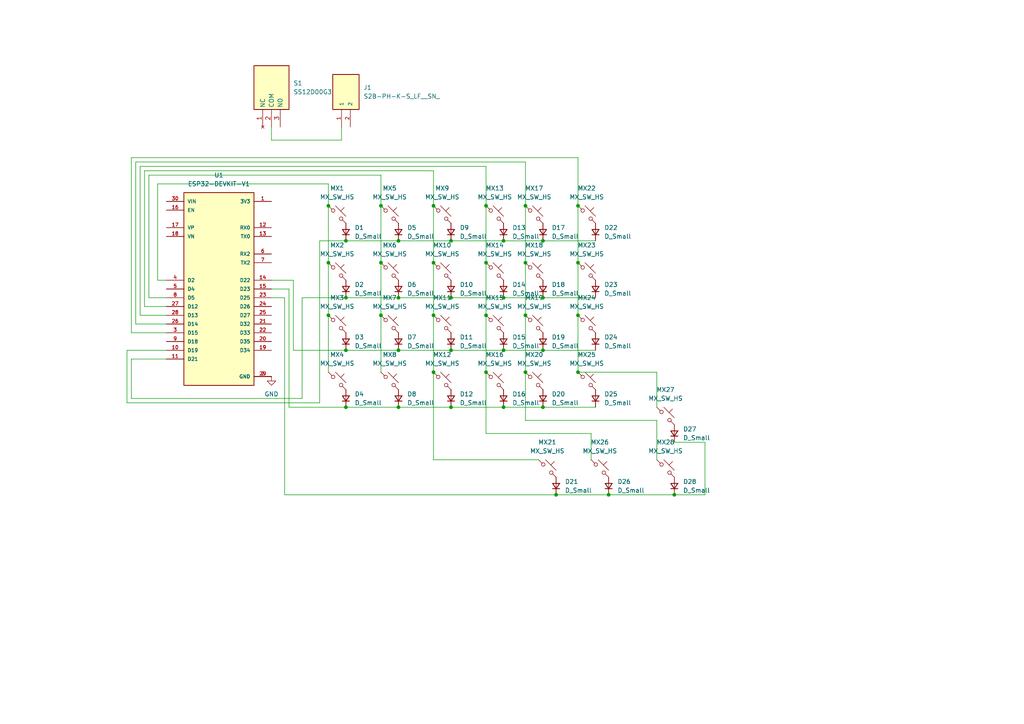
<source format=kicad_sch>
(kicad_sch
	(version 20231120)
	(generator "eeschema")
	(generator_version "8.0")
	(uuid "503140ca-1979-4cb0-be1c-d25d297efbc3")
	(paper "A4")
	(lib_symbols
		(symbol "Device:D_Small"
			(pin_numbers hide)
			(pin_names
				(offset 0.254) hide)
			(exclude_from_sim no)
			(in_bom yes)
			(on_board yes)
			(property "Reference" "D"
				(at -1.27 2.032 0)
				(effects
					(font
						(size 1.27 1.27)
					)
					(justify left)
				)
			)
			(property "Value" "D_Small"
				(at -3.81 -2.032 0)
				(effects
					(font
						(size 1.27 1.27)
					)
					(justify left)
				)
			)
			(property "Footprint" ""
				(at 0 0 90)
				(effects
					(font
						(size 1.27 1.27)
					)
					(hide yes)
				)
			)
			(property "Datasheet" "~"
				(at 0 0 90)
				(effects
					(font
						(size 1.27 1.27)
					)
					(hide yes)
				)
			)
			(property "Description" "Diode, small symbol"
				(at 0 0 0)
				(effects
					(font
						(size 1.27 1.27)
					)
					(hide yes)
				)
			)
			(property "Sim.Device" "D"
				(at 0 0 0)
				(effects
					(font
						(size 1.27 1.27)
					)
					(hide yes)
				)
			)
			(property "Sim.Pins" "1=K 2=A"
				(at 0 0 0)
				(effects
					(font
						(size 1.27 1.27)
					)
					(hide yes)
				)
			)
			(property "ki_keywords" "diode"
				(at 0 0 0)
				(effects
					(font
						(size 1.27 1.27)
					)
					(hide yes)
				)
			)
			(property "ki_fp_filters" "TO-???* *_Diode_* *SingleDiode* D_*"
				(at 0 0 0)
				(effects
					(font
						(size 1.27 1.27)
					)
					(hide yes)
				)
			)
			(symbol "D_Small_0_1"
				(polyline
					(pts
						(xy -0.762 -1.016) (xy -0.762 1.016)
					)
					(stroke
						(width 0.254)
						(type default)
					)
					(fill
						(type none)
					)
				)
				(polyline
					(pts
						(xy -0.762 0) (xy 0.762 0)
					)
					(stroke
						(width 0)
						(type default)
					)
					(fill
						(type none)
					)
				)
				(polyline
					(pts
						(xy 0.762 -1.016) (xy -0.762 0) (xy 0.762 1.016) (xy 0.762 -1.016)
					)
					(stroke
						(width 0.254)
						(type default)
					)
					(fill
						(type none)
					)
				)
			)
			(symbol "D_Small_1_1"
				(pin passive line
					(at -2.54 0 0)
					(length 1.778)
					(name "K"
						(effects
							(font
								(size 1.27 1.27)
							)
						)
					)
					(number "1"
						(effects
							(font
								(size 1.27 1.27)
							)
						)
					)
				)
				(pin passive line
					(at 2.54 0 180)
					(length 1.778)
					(name "A"
						(effects
							(font
								(size 1.27 1.27)
							)
						)
					)
					(number "2"
						(effects
							(font
								(size 1.27 1.27)
							)
						)
					)
				)
			)
		)
		(symbol "ESP32-DEVKIT-V1:ESP32-DEVKIT-V1"
			(pin_names
				(offset 1.016)
			)
			(exclude_from_sim no)
			(in_bom yes)
			(on_board yes)
			(property "Reference" "U"
				(at -10.16 30.48 0)
				(effects
					(font
						(size 1.27 1.27)
					)
					(justify left top)
				)
			)
			(property "Value" "ESP32-DEVKIT-V1"
				(at -10.16 -30.48 0)
				(effects
					(font
						(size 1.27 1.27)
					)
					(justify left bottom)
				)
			)
			(property "Footprint" "ESP32-DEVKIT-V1:MODULE_ESP32_DEVKIT_V1"
				(at 0 0 0)
				(effects
					(font
						(size 1.27 1.27)
					)
					(justify bottom)
					(hide yes)
				)
			)
			(property "Datasheet" ""
				(at 0 0 0)
				(effects
					(font
						(size 1.27 1.27)
					)
					(hide yes)
				)
			)
			(property "Description" ""
				(at 0 0 0)
				(effects
					(font
						(size 1.27 1.27)
					)
					(hide yes)
				)
			)
			(property "MF" "Do it"
				(at 0 0 0)
				(effects
					(font
						(size 1.27 1.27)
					)
					(justify bottom)
					(hide yes)
				)
			)
			(property "MAXIMUM_PACKAGE_HEIGHT" "6.8 mm"
				(at 0 0 0)
				(effects
					(font
						(size 1.27 1.27)
					)
					(justify bottom)
					(hide yes)
				)
			)
			(property "Package" "None"
				(at 0 0 0)
				(effects
					(font
						(size 1.27 1.27)
					)
					(justify bottom)
					(hide yes)
				)
			)
			(property "Price" "None"
				(at 0 0 0)
				(effects
					(font
						(size 1.27 1.27)
					)
					(justify bottom)
					(hide yes)
				)
			)
			(property "Check_prices" "https://www.snapeda.com/parts/ESP32-DEVKIT-V1/Do+it/view-part/?ref=eda"
				(at 0 0 0)
				(effects
					(font
						(size 1.27 1.27)
					)
					(justify bottom)
					(hide yes)
				)
			)
			(property "STANDARD" "Manufacturer Recommendations"
				(at 0 0 0)
				(effects
					(font
						(size 1.27 1.27)
					)
					(justify bottom)
					(hide yes)
				)
			)
			(property "PARTREV" "N/A"
				(at 0 0 0)
				(effects
					(font
						(size 1.27 1.27)
					)
					(justify bottom)
					(hide yes)
				)
			)
			(property "SnapEDA_Link" "https://www.snapeda.com/parts/ESP32-DEVKIT-V1/Do+it/view-part/?ref=snap"
				(at 0 0 0)
				(effects
					(font
						(size 1.27 1.27)
					)
					(justify bottom)
					(hide yes)
				)
			)
			(property "MP" "ESP32-DEVKIT-V1"
				(at 0 0 0)
				(effects
					(font
						(size 1.27 1.27)
					)
					(justify bottom)
					(hide yes)
				)
			)
			(property "Description_1" "\nDual core, Wi-Fi: 2.4 GHz up to 150 Mbits/s,BLE (Bluetooth Low Energy) and legacy Bluetooth, 32 bits, Up to 240 MHz\n"
				(at 0 0 0)
				(effects
					(font
						(size 1.27 1.27)
					)
					(justify bottom)
					(hide yes)
				)
			)
			(property "Availability" "Not in stock"
				(at 0 0 0)
				(effects
					(font
						(size 1.27 1.27)
					)
					(justify bottom)
					(hide yes)
				)
			)
			(property "MANUFACTURER" "DOIT"
				(at 0 0 0)
				(effects
					(font
						(size 1.27 1.27)
					)
					(justify bottom)
					(hide yes)
				)
			)
			(symbol "ESP32-DEVKIT-V1_0_0"
				(rectangle
					(start -10.16 27.94)
					(end 10.16 -27.94)
					(stroke
						(width 0.254)
						(type default)
					)
					(fill
						(type background)
					)
				)
				(pin output line
					(at 15.24 25.4 180)
					(length 5.08)
					(name "3V3"
						(effects
							(font
								(size 1.016 1.016)
							)
						)
					)
					(number "1"
						(effects
							(font
								(size 1.016 1.016)
							)
						)
					)
				)
				(pin bidirectional line
					(at -15.24 -17.78 0)
					(length 5.08)
					(name "D19"
						(effects
							(font
								(size 1.016 1.016)
							)
						)
					)
					(number "10"
						(effects
							(font
								(size 1.016 1.016)
							)
						)
					)
				)
				(pin bidirectional line
					(at -15.24 -20.32 0)
					(length 5.08)
					(name "D21"
						(effects
							(font
								(size 1.016 1.016)
							)
						)
					)
					(number "11"
						(effects
							(font
								(size 1.016 1.016)
							)
						)
					)
				)
				(pin input line
					(at 15.24 17.78 180)
					(length 5.08)
					(name "RX0"
						(effects
							(font
								(size 1.016 1.016)
							)
						)
					)
					(number "12"
						(effects
							(font
								(size 1.016 1.016)
							)
						)
					)
				)
				(pin output line
					(at 15.24 15.24 180)
					(length 5.08)
					(name "TX0"
						(effects
							(font
								(size 1.016 1.016)
							)
						)
					)
					(number "13"
						(effects
							(font
								(size 1.016 1.016)
							)
						)
					)
				)
				(pin bidirectional line
					(at 15.24 2.54 180)
					(length 5.08)
					(name "D22"
						(effects
							(font
								(size 1.016 1.016)
							)
						)
					)
					(number "14"
						(effects
							(font
								(size 1.016 1.016)
							)
						)
					)
				)
				(pin bidirectional line
					(at 15.24 0 180)
					(length 5.08)
					(name "D23"
						(effects
							(font
								(size 1.016 1.016)
							)
						)
					)
					(number "15"
						(effects
							(font
								(size 1.016 1.016)
							)
						)
					)
				)
				(pin input line
					(at -15.24 22.86 0)
					(length 5.08)
					(name "EN"
						(effects
							(font
								(size 1.016 1.016)
							)
						)
					)
					(number "16"
						(effects
							(font
								(size 1.016 1.016)
							)
						)
					)
				)
				(pin bidirectional line
					(at -15.24 17.78 0)
					(length 5.08)
					(name "VP"
						(effects
							(font
								(size 1.016 1.016)
							)
						)
					)
					(number "17"
						(effects
							(font
								(size 1.016 1.016)
							)
						)
					)
				)
				(pin bidirectional line
					(at -15.24 15.24 0)
					(length 5.08)
					(name "VN"
						(effects
							(font
								(size 1.016 1.016)
							)
						)
					)
					(number "18"
						(effects
							(font
								(size 1.016 1.016)
							)
						)
					)
				)
				(pin bidirectional line
					(at 15.24 -17.78 180)
					(length 5.08)
					(name "D34"
						(effects
							(font
								(size 1.016 1.016)
							)
						)
					)
					(number "19"
						(effects
							(font
								(size 1.016 1.016)
							)
						)
					)
				)
				(pin power_in line
					(at 15.24 -25.4 180)
					(length 5.08)
					(name "GND"
						(effects
							(font
								(size 1.016 1.016)
							)
						)
					)
					(number "2"
						(effects
							(font
								(size 1.016 1.016)
							)
						)
					)
				)
				(pin bidirectional line
					(at 15.24 -15.24 180)
					(length 5.08)
					(name "D35"
						(effects
							(font
								(size 1.016 1.016)
							)
						)
					)
					(number "20"
						(effects
							(font
								(size 1.016 1.016)
							)
						)
					)
				)
				(pin bidirectional line
					(at 15.24 -10.16 180)
					(length 5.08)
					(name "D32"
						(effects
							(font
								(size 1.016 1.016)
							)
						)
					)
					(number "21"
						(effects
							(font
								(size 1.016 1.016)
							)
						)
					)
				)
				(pin bidirectional line
					(at 15.24 -12.7 180)
					(length 5.08)
					(name "D33"
						(effects
							(font
								(size 1.016 1.016)
							)
						)
					)
					(number "22"
						(effects
							(font
								(size 1.016 1.016)
							)
						)
					)
				)
				(pin bidirectional line
					(at 15.24 -2.54 180)
					(length 5.08)
					(name "D25"
						(effects
							(font
								(size 1.016 1.016)
							)
						)
					)
					(number "23"
						(effects
							(font
								(size 1.016 1.016)
							)
						)
					)
				)
				(pin bidirectional line
					(at 15.24 -5.08 180)
					(length 5.08)
					(name "D26"
						(effects
							(font
								(size 1.016 1.016)
							)
						)
					)
					(number "24"
						(effects
							(font
								(size 1.016 1.016)
							)
						)
					)
				)
				(pin bidirectional line
					(at 15.24 -7.62 180)
					(length 5.08)
					(name "D27"
						(effects
							(font
								(size 1.016 1.016)
							)
						)
					)
					(number "25"
						(effects
							(font
								(size 1.016 1.016)
							)
						)
					)
				)
				(pin bidirectional line
					(at -15.24 -10.16 0)
					(length 5.08)
					(name "D14"
						(effects
							(font
								(size 1.016 1.016)
							)
						)
					)
					(number "26"
						(effects
							(font
								(size 1.016 1.016)
							)
						)
					)
				)
				(pin bidirectional line
					(at -15.24 -5.08 0)
					(length 5.08)
					(name "D12"
						(effects
							(font
								(size 1.016 1.016)
							)
						)
					)
					(number "27"
						(effects
							(font
								(size 1.016 1.016)
							)
						)
					)
				)
				(pin bidirectional line
					(at -15.24 -7.62 0)
					(length 5.08)
					(name "D13"
						(effects
							(font
								(size 1.016 1.016)
							)
						)
					)
					(number "28"
						(effects
							(font
								(size 1.016 1.016)
							)
						)
					)
				)
				(pin power_in line
					(at 15.24 -25.4 180)
					(length 5.08)
					(name "GND"
						(effects
							(font
								(size 1.016 1.016)
							)
						)
					)
					(number "29"
						(effects
							(font
								(size 1.016 1.016)
							)
						)
					)
				)
				(pin bidirectional line
					(at -15.24 -12.7 0)
					(length 5.08)
					(name "D15"
						(effects
							(font
								(size 1.016 1.016)
							)
						)
					)
					(number "3"
						(effects
							(font
								(size 1.016 1.016)
							)
						)
					)
				)
				(pin input line
					(at -15.24 25.4 0)
					(length 5.08)
					(name "VIN"
						(effects
							(font
								(size 1.016 1.016)
							)
						)
					)
					(number "30"
						(effects
							(font
								(size 1.016 1.016)
							)
						)
					)
				)
				(pin bidirectional line
					(at -15.24 2.54 0)
					(length 5.08)
					(name "D2"
						(effects
							(font
								(size 1.016 1.016)
							)
						)
					)
					(number "4"
						(effects
							(font
								(size 1.016 1.016)
							)
						)
					)
				)
				(pin bidirectional line
					(at -15.24 0 0)
					(length 5.08)
					(name "D4"
						(effects
							(font
								(size 1.016 1.016)
							)
						)
					)
					(number "5"
						(effects
							(font
								(size 1.016 1.016)
							)
						)
					)
				)
				(pin input line
					(at 15.24 10.16 180)
					(length 5.08)
					(name "RX2"
						(effects
							(font
								(size 1.016 1.016)
							)
						)
					)
					(number "6"
						(effects
							(font
								(size 1.016 1.016)
							)
						)
					)
				)
				(pin output line
					(at 15.24 7.62 180)
					(length 5.08)
					(name "TX2"
						(effects
							(font
								(size 1.016 1.016)
							)
						)
					)
					(number "7"
						(effects
							(font
								(size 1.016 1.016)
							)
						)
					)
				)
				(pin bidirectional line
					(at -15.24 -2.54 0)
					(length 5.08)
					(name "D5"
						(effects
							(font
								(size 1.016 1.016)
							)
						)
					)
					(number "8"
						(effects
							(font
								(size 1.016 1.016)
							)
						)
					)
				)
				(pin bidirectional line
					(at -15.24 -15.24 0)
					(length 5.08)
					(name "D18"
						(effects
							(font
								(size 1.016 1.016)
							)
						)
					)
					(number "9"
						(effects
							(font
								(size 1.016 1.016)
							)
						)
					)
				)
			)
		)
		(symbol "PCM_marbastlib-mx:MX_SW_HS_CPG151101S11"
			(pin_numbers hide)
			(pin_names
				(offset 1.016) hide)
			(exclude_from_sim no)
			(in_bom yes)
			(on_board yes)
			(property "Reference" "MX"
				(at 3.048 1.016 0)
				(effects
					(font
						(size 1.27 1.27)
					)
					(justify left)
				)
			)
			(property "Value" "MX_SW_HS"
				(at 0 -3.81 0)
				(effects
					(font
						(size 1.27 1.27)
					)
				)
			)
			(property "Footprint" "PCM_marbastlib-mx:SW_MX_HS_CPG151101S11_1u"
				(at 0 0 0)
				(effects
					(font
						(size 1.27 1.27)
					)
					(hide yes)
				)
			)
			(property "Datasheet" "~"
				(at 0 0 0)
				(effects
					(font
						(size 1.27 1.27)
					)
					(hide yes)
				)
			)
			(property "Description" "Push button switch, normally open, two pins, 45° tilted, Kailh CPG151101S11 for Cherry MX style switches"
				(at 0 0 0)
				(effects
					(font
						(size 1.27 1.27)
					)
					(hide yes)
				)
			)
			(property "ki_keywords" "switch normally-open pushbutton push-button"
				(at 0 0 0)
				(effects
					(font
						(size 1.27 1.27)
					)
					(hide yes)
				)
			)
			(symbol "MX_SW_HS_CPG151101S11_0_1"
				(circle
					(center -1.1684 1.1684)
					(radius 0.508)
					(stroke
						(width 0)
						(type default)
					)
					(fill
						(type none)
					)
				)
				(polyline
					(pts
						(xy -0.508 2.54) (xy 2.54 -0.508)
					)
					(stroke
						(width 0)
						(type default)
					)
					(fill
						(type none)
					)
				)
				(polyline
					(pts
						(xy 1.016 1.016) (xy 2.032 2.032)
					)
					(stroke
						(width 0)
						(type default)
					)
					(fill
						(type none)
					)
				)
				(polyline
					(pts
						(xy -2.54 2.54) (xy -1.524 1.524) (xy -1.524 1.524)
					)
					(stroke
						(width 0)
						(type default)
					)
					(fill
						(type none)
					)
				)
				(polyline
					(pts
						(xy 1.524 -1.524) (xy 2.54 -2.54) (xy 2.54 -2.54) (xy 2.54 -2.54)
					)
					(stroke
						(width 0)
						(type default)
					)
					(fill
						(type none)
					)
				)
				(circle
					(center 1.143 -1.1938)
					(radius 0.508)
					(stroke
						(width 0)
						(type default)
					)
					(fill
						(type none)
					)
				)
				(pin passive line
					(at -2.54 2.54 0)
					(length 0)
					(name "1"
						(effects
							(font
								(size 1.27 1.27)
							)
						)
					)
					(number "1"
						(effects
							(font
								(size 1.27 1.27)
							)
						)
					)
				)
				(pin passive line
					(at 2.54 -2.54 180)
					(length 0)
					(name "2"
						(effects
							(font
								(size 1.27 1.27)
							)
						)
					)
					(number "2"
						(effects
							(font
								(size 1.27 1.27)
							)
						)
					)
				)
			)
		)
		(symbol "S2B-PH-K-S_LF__SN_:S2B-PH-K-S_LF__SN_"
			(pin_names
				(offset 1.016)
			)
			(exclude_from_sim no)
			(in_bom yes)
			(on_board yes)
			(property "Reference" "J"
				(at -5.08 3.302 0)
				(effects
					(font
						(size 1.27 1.27)
					)
					(justify left bottom)
				)
			)
			(property "Value" "S2B-PH-K-S_LF__SN_"
				(at -5.08 -7.62 0)
				(effects
					(font
						(size 1.27 1.27)
					)
					(justify left bottom)
				)
			)
			(property "Footprint" "bibliotecas:JST_S2B-PH-K-S_LF__SN_"
				(at 0 0 0)
				(effects
					(font
						(size 1.27 1.27)
					)
					(justify bottom)
					(hide yes)
				)
			)
			(property "Datasheet" ""
				(at 0 0 0)
				(effects
					(font
						(size 1.27 1.27)
					)
					(hide yes)
				)
			)
			(property "Description" "Connector Header Through Hole, Right Angle 2 position"
				(at 0 0 0)
				(effects
					(font
						(size 1.27 1.27)
					)
					(justify bottom)
					(hide yes)
				)
			)
			(property "MF" "JST Sales America Inc."
				(at 0 0 0)
				(effects
					(font
						(size 1.27 1.27)
					)
					(justify bottom)
					(hide yes)
				)
			)
			(property "MAXIMUM_PACKAGE_HEIGHT" "4.8mm"
				(at 0 0 0)
				(effects
					(font
						(size 1.27 1.27)
					)
					(justify bottom)
					(hide yes)
				)
			)
			(property "PACKAGE" "None"
				(at 0 0 0)
				(effects
					(font
						(size 1.27 1.27)
					)
					(justify bottom)
					(hide yes)
				)
			)
			(property "PRICE" "None"
				(at 0 0 0)
				(effects
					(font
						(size 1.27 1.27)
					)
					(justify bottom)
					(hide yes)
				)
			)
			(property "Package" "NON STANDARD-2 J.S.T."
				(at 0 0 0)
				(effects
					(font
						(size 1.27 1.27)
					)
					(justify bottom)
					(hide yes)
				)
			)
			(property "Check_prices" "https://www.snapeda.com/parts/S2B-PH-K-S(LF)(SN)/JST+Sales+America+Inc./view-part/?ref=eda"
				(at 0 0 0)
				(effects
					(font
						(size 1.27 1.27)
					)
					(justify bottom)
					(hide yes)
				)
			)
			(property "Price" "None"
				(at 0 0 0)
				(effects
					(font
						(size 1.27 1.27)
					)
					(justify bottom)
					(hide yes)
				)
			)
			(property "SnapEDA_Link" "https://www.snapeda.com/parts/S2B-PH-K-S(LF)(SN)/JST+Sales+America+Inc./view-part/?ref=snap"
				(at 0 0 0)
				(effects
					(font
						(size 1.27 1.27)
					)
					(justify bottom)
					(hide yes)
				)
			)
			(property "MP" "S2B-PH-K-S(LF)(SN)"
				(at 0 0 0)
				(effects
					(font
						(size 1.27 1.27)
					)
					(justify bottom)
					(hide yes)
				)
			)
			(property "Description_1" "\nConnector Header Through Hole, Right Angle 2 position\n"
				(at 0 0 0)
				(effects
					(font
						(size 1.27 1.27)
					)
					(justify bottom)
					(hide yes)
				)
			)
			(property "Availability" "In Stock"
				(at 0 0 0)
				(effects
					(font
						(size 1.27 1.27)
					)
					(justify bottom)
					(hide yes)
				)
			)
			(property "AVAILABILITY" "Unavailable"
				(at 0 0 0)
				(effects
					(font
						(size 1.27 1.27)
					)
					(justify bottom)
					(hide yes)
				)
			)
			(symbol "S2B-PH-K-S_LF__SN__0_0"
				(rectangle
					(start -5.08 -5.08)
					(end 5.08 2.54)
					(stroke
						(width 0.254)
						(type default)
					)
					(fill
						(type background)
					)
				)
				(pin passive line
					(at -10.16 0 0)
					(length 5.08)
					(name "1"
						(effects
							(font
								(size 1.016 1.016)
							)
						)
					)
					(number "1"
						(effects
							(font
								(size 1.016 1.016)
							)
						)
					)
				)
				(pin passive line
					(at -10.16 -2.54 0)
					(length 5.08)
					(name "2"
						(effects
							(font
								(size 1.016 1.016)
							)
						)
					)
					(number "2"
						(effects
							(font
								(size 1.016 1.016)
							)
						)
					)
				)
			)
		)
		(symbol "SamacSys_Parts:SS12D00G3"
			(exclude_from_sim no)
			(in_bom yes)
			(on_board yes)
			(property "Reference" "S"
				(at 19.05 7.62 0)
				(effects
					(font
						(size 1.27 1.27)
					)
					(justify left top)
				)
			)
			(property "Value" "SS12D00G3"
				(at 19.05 5.08 0)
				(effects
					(font
						(size 1.27 1.27)
					)
					(justify left top)
				)
			)
			(property "Footprint" "SS12D00G3"
				(at 19.05 -94.92 0)
				(effects
					(font
						(size 1.27 1.27)
					)
					(justify left top)
					(hide yes)
				)
			)
			(property "Datasheet" "http://vimex.com/switches/techdocs/SS12D00-tech.pdf"
				(at 19.05 -194.92 0)
				(effects
					(font
						(size 1.27 1.27)
					)
					(justify left top)
					(hide yes)
				)
			)
			(property "Description" "3 Pin Toggle Switch"
				(at 0 0 0)
				(effects
					(font
						(size 1.27 1.27)
					)
					(hide yes)
				)
			)
			(property "Height" "7"
				(at 19.05 -394.92 0)
				(effects
					(font
						(size 1.27 1.27)
					)
					(justify left top)
					(hide yes)
				)
			)
			(property "Manufacturer_Name" "Vimex"
				(at 19.05 -494.92 0)
				(effects
					(font
						(size 1.27 1.27)
					)
					(justify left top)
					(hide yes)
				)
			)
			(property "Manufacturer_Part_Number" "SS12D00G3"
				(at 19.05 -594.92 0)
				(effects
					(font
						(size 1.27 1.27)
					)
					(justify left top)
					(hide yes)
				)
			)
			(property "Mouser Part Number" ""
				(at 19.05 -694.92 0)
				(effects
					(font
						(size 1.27 1.27)
					)
					(justify left top)
					(hide yes)
				)
			)
			(property "Mouser Price/Stock" ""
				(at 19.05 -794.92 0)
				(effects
					(font
						(size 1.27 1.27)
					)
					(justify left top)
					(hide yes)
				)
			)
			(property "Arrow Part Number" ""
				(at 19.05 -894.92 0)
				(effects
					(font
						(size 1.27 1.27)
					)
					(justify left top)
					(hide yes)
				)
			)
			(property "Arrow Price/Stock" ""
				(at 19.05 -994.92 0)
				(effects
					(font
						(size 1.27 1.27)
					)
					(justify left top)
					(hide yes)
				)
			)
			(symbol "SS12D00G3_1_1"
				(rectangle
					(start 5.08 2.54)
					(end 17.78 -7.62)
					(stroke
						(width 0.254)
						(type default)
					)
					(fill
						(type background)
					)
				)
				(pin no_connect line
					(at 0 0 0)
					(length 5.08)
					(name "NC"
						(effects
							(font
								(size 1.27 1.27)
							)
						)
					)
					(number "1"
						(effects
							(font
								(size 1.27 1.27)
							)
						)
					)
				)
				(pin passive line
					(at 0 -2.54 0)
					(length 5.08)
					(name "COM"
						(effects
							(font
								(size 1.27 1.27)
							)
						)
					)
					(number "2"
						(effects
							(font
								(size 1.27 1.27)
							)
						)
					)
				)
				(pin passive line
					(at 0 -5.08 0)
					(length 5.08)
					(name "NO"
						(effects
							(font
								(size 1.27 1.27)
							)
						)
					)
					(number "3"
						(effects
							(font
								(size 1.27 1.27)
							)
						)
					)
				)
			)
		)
		(symbol "power:GND"
			(power)
			(pin_numbers hide)
			(pin_names
				(offset 0) hide)
			(exclude_from_sim no)
			(in_bom yes)
			(on_board yes)
			(property "Reference" "#PWR"
				(at 0 -6.35 0)
				(effects
					(font
						(size 1.27 1.27)
					)
					(hide yes)
				)
			)
			(property "Value" "GND"
				(at 0 -3.81 0)
				(effects
					(font
						(size 1.27 1.27)
					)
				)
			)
			(property "Footprint" ""
				(at 0 0 0)
				(effects
					(font
						(size 1.27 1.27)
					)
					(hide yes)
				)
			)
			(property "Datasheet" ""
				(at 0 0 0)
				(effects
					(font
						(size 1.27 1.27)
					)
					(hide yes)
				)
			)
			(property "Description" "Power symbol creates a global label with name \"GND\" , ground"
				(at 0 0 0)
				(effects
					(font
						(size 1.27 1.27)
					)
					(hide yes)
				)
			)
			(property "ki_keywords" "global power"
				(at 0 0 0)
				(effects
					(font
						(size 1.27 1.27)
					)
					(hide yes)
				)
			)
			(symbol "GND_0_1"
				(polyline
					(pts
						(xy 0 0) (xy 0 -1.27) (xy 1.27 -1.27) (xy 0 -2.54) (xy -1.27 -1.27) (xy 0 -1.27)
					)
					(stroke
						(width 0)
						(type default)
					)
					(fill
						(type none)
					)
				)
			)
			(symbol "GND_1_1"
				(pin power_in line
					(at 0 0 270)
					(length 0)
					(name "~"
						(effects
							(font
								(size 1.27 1.27)
							)
						)
					)
					(number "1"
						(effects
							(font
								(size 1.27 1.27)
							)
						)
					)
				)
			)
		)
	)
	(junction
		(at 100.33 101.6)
		(diameter 0)
		(color 0 0 0 0)
		(uuid "03007e0b-3a97-4095-8f9d-5a53fef7981f")
	)
	(junction
		(at 167.64 59.69)
		(diameter 0)
		(color 0 0 0 0)
		(uuid "04f715d8-5a99-44ff-9e23-b8f900190db8")
	)
	(junction
		(at 152.4 91.44)
		(diameter 0)
		(color 0 0 0 0)
		(uuid "06785c16-74f9-43b1-a400-f793f8337375")
	)
	(junction
		(at 152.4 76.2)
		(diameter 0)
		(color 0 0 0 0)
		(uuid "09eb3c5c-f5be-4764-98e1-51bfd483604d")
	)
	(junction
		(at 95.25 76.2)
		(diameter 0)
		(color 0 0 0 0)
		(uuid "0a098778-f041-4280-871a-d5e56ba21271")
	)
	(junction
		(at 130.81 118.11)
		(diameter 0)
		(color 0 0 0 0)
		(uuid "120c4ecc-bbf5-47f7-a270-fb51ab446d76")
	)
	(junction
		(at 115.57 101.6)
		(diameter 0)
		(color 0 0 0 0)
		(uuid "2316987b-cafd-4ba2-8044-0dfcf15cda8d")
	)
	(junction
		(at 167.64 107.95)
		(diameter 0)
		(color 0 0 0 0)
		(uuid "28855d14-554a-4567-af3f-527ddf4946b0")
	)
	(junction
		(at 115.57 69.85)
		(diameter 0)
		(color 0 0 0 0)
		(uuid "2d862481-4cce-4352-827a-7bc6d5bc8345")
	)
	(junction
		(at 110.49 91.44)
		(diameter 0)
		(color 0 0 0 0)
		(uuid "3458e5b3-90bb-4017-bc91-531461292f93")
	)
	(junction
		(at 161.29 143.51)
		(diameter 0)
		(color 0 0 0 0)
		(uuid "3ba2f22d-8931-4c79-83d6-c8ac925e7208")
	)
	(junction
		(at 157.48 69.85)
		(diameter 0)
		(color 0 0 0 0)
		(uuid "64db6c8d-f699-47b5-9807-08445a878345")
	)
	(junction
		(at 140.97 76.2)
		(diameter 0)
		(color 0 0 0 0)
		(uuid "6c581bf0-859b-4463-84dc-228a778acb13")
	)
	(junction
		(at 95.25 59.69)
		(diameter 0)
		(color 0 0 0 0)
		(uuid "7667aebb-1b7e-472b-9119-7e6508462d88")
	)
	(junction
		(at 146.05 101.6)
		(diameter 0)
		(color 0 0 0 0)
		(uuid "7d69a29f-fe54-449f-968d-cda8632a31ec")
	)
	(junction
		(at 130.81 86.36)
		(diameter 0)
		(color 0 0 0 0)
		(uuid "82fe5158-27f3-4e22-a19f-d00f69c8b7ae")
	)
	(junction
		(at 110.49 59.69)
		(diameter 0)
		(color 0 0 0 0)
		(uuid "8bb0eb3c-4415-4caf-8b97-fe9848cd795e")
	)
	(junction
		(at 100.33 118.11)
		(diameter 0)
		(color 0 0 0 0)
		(uuid "95a75df6-8bce-4d91-8913-08c305fa9921")
	)
	(junction
		(at 130.81 69.85)
		(diameter 0)
		(color 0 0 0 0)
		(uuid "98211ac6-55a7-48fd-a671-08e4dfbfc8b3")
	)
	(junction
		(at 110.49 76.2)
		(diameter 0)
		(color 0 0 0 0)
		(uuid "9e577475-e2ea-4680-8085-0cbabc90221e")
	)
	(junction
		(at 125.73 76.2)
		(diameter 0)
		(color 0 0 0 0)
		(uuid "a1a54986-a325-4b1f-a303-f54d2af08d31")
	)
	(junction
		(at 146.05 118.11)
		(diameter 0)
		(color 0 0 0 0)
		(uuid "a2ab8d74-92cb-46bc-9525-208d8c8da004")
	)
	(junction
		(at 95.25 91.44)
		(diameter 0)
		(color 0 0 0 0)
		(uuid "a410f009-7662-4727-a1fd-e2f602a42b78")
	)
	(junction
		(at 146.05 86.36)
		(diameter 0)
		(color 0 0 0 0)
		(uuid "a4fbe825-3597-48e4-a4e0-4f7d5eb17e8f")
	)
	(junction
		(at 176.53 143.51)
		(diameter 0)
		(color 0 0 0 0)
		(uuid "a8ce37e3-85f9-4c0a-8cf6-08aee51fd1cc")
	)
	(junction
		(at 195.58 143.51)
		(diameter 0)
		(color 0 0 0 0)
		(uuid "ae9d56d6-33ac-439a-bb8e-a9c8fe4fd6c5")
	)
	(junction
		(at 140.97 107.95)
		(diameter 0)
		(color 0 0 0 0)
		(uuid "b381d5cc-e5d8-42df-a8a9-77b5a8c23432")
	)
	(junction
		(at 140.97 59.69)
		(diameter 0)
		(color 0 0 0 0)
		(uuid "b629f133-fba6-4dac-9e0a-461595aa8b39")
	)
	(junction
		(at 152.4 59.69)
		(diameter 0)
		(color 0 0 0 0)
		(uuid "b67920b3-8ba8-40f8-8cee-1ad270f63719")
	)
	(junction
		(at 125.73 91.44)
		(diameter 0)
		(color 0 0 0 0)
		(uuid "b6909dec-9082-43ce-abb2-e8b7867b8d8f")
	)
	(junction
		(at 130.81 101.6)
		(diameter 0)
		(color 0 0 0 0)
		(uuid "ba04b5fe-1a37-47ed-81ad-88f733f76492")
	)
	(junction
		(at 146.05 69.85)
		(diameter 0)
		(color 0 0 0 0)
		(uuid "ba7723e9-101f-40b7-b109-7858ea5b339d")
	)
	(junction
		(at 167.64 76.2)
		(diameter 0)
		(color 0 0 0 0)
		(uuid "bff6729a-0070-4078-a494-56c5144877e1")
	)
	(junction
		(at 100.33 69.85)
		(diameter 0)
		(color 0 0 0 0)
		(uuid "c0f356d3-1424-48b3-9724-f16bd92148a5")
	)
	(junction
		(at 152.4 107.95)
		(diameter 0)
		(color 0 0 0 0)
		(uuid "c4a2beae-d411-49fa-809a-45eeac160962")
	)
	(junction
		(at 140.97 91.44)
		(diameter 0)
		(color 0 0 0 0)
		(uuid "d049c21b-2c53-4e60-b05e-349b3959930b")
	)
	(junction
		(at 157.48 86.36)
		(diameter 0)
		(color 0 0 0 0)
		(uuid "d10ff2cc-0db8-4e28-bcea-a00864d386a9")
	)
	(junction
		(at 167.64 91.44)
		(diameter 0)
		(color 0 0 0 0)
		(uuid "d9f04672-9491-47d2-9020-ac312ae9dcd5")
	)
	(junction
		(at 125.73 107.95)
		(diameter 0)
		(color 0 0 0 0)
		(uuid "d9f486cc-9c1b-4ad3-9406-ad07decd3962")
	)
	(junction
		(at 115.57 118.11)
		(diameter 0)
		(color 0 0 0 0)
		(uuid "dee16575-a8e8-49b0-90d6-1c6b93deae3e")
	)
	(junction
		(at 125.73 59.69)
		(diameter 0)
		(color 0 0 0 0)
		(uuid "e21b7fca-82ab-4533-b0b4-8885a6630f79")
	)
	(junction
		(at 157.48 118.11)
		(diameter 0)
		(color 0 0 0 0)
		(uuid "e7975045-a7fc-41ea-9733-f0fe551b34de")
	)
	(junction
		(at 157.48 101.6)
		(diameter 0)
		(color 0 0 0 0)
		(uuid "e866b790-1238-4a9f-a1c3-8923c4bc586b")
	)
	(junction
		(at 100.33 86.36)
		(diameter 0)
		(color 0 0 0 0)
		(uuid "f29130af-fc53-4b73-b24a-12a3988c8fdc")
	)
	(junction
		(at 115.57 86.36)
		(diameter 0)
		(color 0 0 0 0)
		(uuid "f314c347-ac49-4922-9b46-9e03bc1d56a9")
	)
	(wire
		(pts
			(xy 100.33 118.11) (xy 83.82 118.11)
		)
		(stroke
			(width 0)
			(type default)
		)
		(uuid "01615534-9ea0-4cfc-90d4-457153c5bef1")
	)
	(wire
		(pts
			(xy 167.64 45.72) (xy 38.1 45.72)
		)
		(stroke
			(width 0)
			(type default)
		)
		(uuid "038ed807-a212-4fdc-bf96-c71e65c5804c")
	)
	(wire
		(pts
			(xy 130.81 69.85) (xy 146.05 69.85)
		)
		(stroke
			(width 0)
			(type default)
		)
		(uuid "05a495ed-c69a-4519-b29b-0a7b2cf6c211")
	)
	(wire
		(pts
			(xy 39.37 93.98) (xy 39.37 46.99)
		)
		(stroke
			(width 0)
			(type default)
		)
		(uuid "08b6b1be-5e29-438e-901b-d5b903a767bf")
	)
	(wire
		(pts
			(xy 125.73 76.2) (xy 125.73 91.44)
		)
		(stroke
			(width 0)
			(type default)
		)
		(uuid "0987d7d6-df57-4e50-8660-c932b9657fb9")
	)
	(wire
		(pts
			(xy 140.97 48.26) (xy 40.64 48.26)
		)
		(stroke
			(width 0)
			(type default)
		)
		(uuid "0afd215d-c0c5-46e8-80bf-25ca1d495283")
	)
	(wire
		(pts
			(xy 167.64 76.2) (xy 167.64 91.44)
		)
		(stroke
			(width 0)
			(type default)
		)
		(uuid "0c60979b-4b9f-48d4-8ffa-bbf4bb879944")
	)
	(wire
		(pts
			(xy 190.5 121.92) (xy 190.5 133.35)
		)
		(stroke
			(width 0)
			(type default)
		)
		(uuid "1470dcf6-46aa-424a-ab3a-abfc7f08c3f0")
	)
	(wire
		(pts
			(xy 115.57 118.11) (xy 130.81 118.11)
		)
		(stroke
			(width 0)
			(type default)
		)
		(uuid "14d117b3-793d-4993-afe6-2090da2973b2")
	)
	(wire
		(pts
			(xy 100.33 86.36) (xy 87.63 86.36)
		)
		(stroke
			(width 0)
			(type default)
		)
		(uuid "15203dfa-8a32-41cb-96f4-ba1a634aeceb")
	)
	(wire
		(pts
			(xy 195.58 143.51) (xy 204.47 143.51)
		)
		(stroke
			(width 0)
			(type default)
		)
		(uuid "200073f6-0318-4055-a4fe-48252a098b01")
	)
	(wire
		(pts
			(xy 85.09 81.28) (xy 78.74 81.28)
		)
		(stroke
			(width 0)
			(type default)
		)
		(uuid "2008b5ba-1318-40dd-9009-01b3cf5646f5")
	)
	(wire
		(pts
			(xy 146.05 118.11) (xy 157.48 118.11)
		)
		(stroke
			(width 0)
			(type default)
		)
		(uuid "2156e62f-3a36-4826-b456-fcb0c255e5f2")
	)
	(wire
		(pts
			(xy 130.81 86.36) (xy 146.05 86.36)
		)
		(stroke
			(width 0)
			(type default)
		)
		(uuid "280405d3-bb46-4baa-91a3-402bdb5963e7")
	)
	(wire
		(pts
			(xy 152.4 91.44) (xy 152.4 107.95)
		)
		(stroke
			(width 0)
			(type default)
		)
		(uuid "2b0a1819-d5c0-4d7e-919d-ec44d6474951")
	)
	(wire
		(pts
			(xy 40.64 91.44) (xy 48.26 91.44)
		)
		(stroke
			(width 0)
			(type default)
		)
		(uuid "2b422afb-5a1d-4fbe-b3a0-69fa8110be81")
	)
	(wire
		(pts
			(xy 48.26 101.6) (xy 36.83 101.6)
		)
		(stroke
			(width 0)
			(type default)
		)
		(uuid "2d4fab76-f981-487e-8e19-c5ba5013d0ad")
	)
	(wire
		(pts
			(xy 100.33 101.6) (xy 115.57 101.6)
		)
		(stroke
			(width 0)
			(type default)
		)
		(uuid "2ed46430-7c3d-440d-9b27-6e770a2bc1cc")
	)
	(wire
		(pts
			(xy 115.57 86.36) (xy 130.81 86.36)
		)
		(stroke
			(width 0)
			(type default)
		)
		(uuid "2f7de100-b028-4f77-aaeb-db15072e2bdf")
	)
	(wire
		(pts
			(xy 43.18 86.36) (xy 43.18 50.8)
		)
		(stroke
			(width 0)
			(type default)
		)
		(uuid "320b3b5c-0fd6-4688-98da-851ab0a9196b")
	)
	(wire
		(pts
			(xy 99.06 40.64) (xy 99.06 36.83)
		)
		(stroke
			(width 0)
			(type default)
		)
		(uuid "32ca6ced-b3b2-40f4-8135-17e4cc4ea5d4")
	)
	(wire
		(pts
			(xy 171.45 125.73) (xy 171.45 133.35)
		)
		(stroke
			(width 0)
			(type default)
		)
		(uuid "3655a2ed-33b0-4109-bf3d-312b10f02a50")
	)
	(wire
		(pts
			(xy 78.74 86.36) (xy 82.55 86.36)
		)
		(stroke
			(width 0)
			(type default)
		)
		(uuid "3a4f1389-cb08-4b91-a8d2-ba9b105a3d45")
	)
	(wire
		(pts
			(xy 41.91 49.53) (xy 125.73 49.53)
		)
		(stroke
			(width 0)
			(type default)
		)
		(uuid "3a96132b-4ea4-4140-9681-123041134766")
	)
	(wire
		(pts
			(xy 87.63 115.57) (xy 38.1 115.57)
		)
		(stroke
			(width 0)
			(type default)
		)
		(uuid "3f4a4736-d277-435c-a4c7-4d055e13ca82")
	)
	(wire
		(pts
			(xy 176.53 143.51) (xy 195.58 143.51)
		)
		(stroke
			(width 0)
			(type default)
		)
		(uuid "3ffcc8f0-bd3a-47f6-be94-caa0ff4f6b2e")
	)
	(wire
		(pts
			(xy 152.4 46.99) (xy 152.4 59.69)
		)
		(stroke
			(width 0)
			(type default)
		)
		(uuid "40e58eb0-e5fd-4a94-b576-a3f4b9556b95")
	)
	(wire
		(pts
			(xy 125.73 49.53) (xy 125.73 59.69)
		)
		(stroke
			(width 0)
			(type default)
		)
		(uuid "44e21236-5104-4ace-8247-3e987cc535c7")
	)
	(wire
		(pts
			(xy 152.4 107.95) (xy 152.4 121.92)
		)
		(stroke
			(width 0)
			(type default)
		)
		(uuid "47b130a0-c181-409e-b71e-03cad68dfdaa")
	)
	(wire
		(pts
			(xy 157.48 69.85) (xy 172.72 69.85)
		)
		(stroke
			(width 0)
			(type default)
		)
		(uuid "48141d28-4843-4653-b36d-6ca8badd2d13")
	)
	(wire
		(pts
			(xy 95.25 59.69) (xy 95.25 53.34)
		)
		(stroke
			(width 0)
			(type default)
		)
		(uuid "48abe15a-ca9c-4f25-8145-71f6071a3e24")
	)
	(wire
		(pts
			(xy 146.05 69.85) (xy 157.48 69.85)
		)
		(stroke
			(width 0)
			(type default)
		)
		(uuid "48bd448b-76a0-419d-ac3e-5b7a1fcb6be8")
	)
	(wire
		(pts
			(xy 92.71 116.84) (xy 92.71 69.85)
		)
		(stroke
			(width 0)
			(type default)
		)
		(uuid "4d84f0f7-8615-48b0-8223-a0f57844c5ac")
	)
	(wire
		(pts
			(xy 152.4 59.69) (xy 152.4 76.2)
		)
		(stroke
			(width 0)
			(type default)
		)
		(uuid "51912587-543b-4c78-b841-e48b929dd752")
	)
	(wire
		(pts
			(xy 146.05 86.36) (xy 157.48 86.36)
		)
		(stroke
			(width 0)
			(type default)
		)
		(uuid "532ff968-b6db-4af2-861d-150224739cca")
	)
	(wire
		(pts
			(xy 140.97 59.69) (xy 140.97 76.2)
		)
		(stroke
			(width 0)
			(type default)
		)
		(uuid "5beb1d04-7437-41e3-a9d6-3d6d957c051d")
	)
	(wire
		(pts
			(xy 152.4 121.92) (xy 190.5 121.92)
		)
		(stroke
			(width 0)
			(type default)
		)
		(uuid "5f5b57a6-c574-4d7c-89dd-4ac1b1316745")
	)
	(wire
		(pts
			(xy 115.57 69.85) (xy 130.81 69.85)
		)
		(stroke
			(width 0)
			(type default)
		)
		(uuid "5f917268-dd48-4829-b066-95408c4e2d80")
	)
	(wire
		(pts
			(xy 130.81 118.11) (xy 146.05 118.11)
		)
		(stroke
			(width 0)
			(type default)
		)
		(uuid "61ec4582-2b26-47c0-b952-8908497088b8")
	)
	(wire
		(pts
			(xy 167.64 59.69) (xy 167.64 45.72)
		)
		(stroke
			(width 0)
			(type default)
		)
		(uuid "63d24c08-cd55-40fd-8c94-8ada85d80418")
	)
	(wire
		(pts
			(xy 167.64 91.44) (xy 167.64 107.95)
		)
		(stroke
			(width 0)
			(type default)
		)
		(uuid "67c9a1a1-9986-4b5c-b636-0cbcf79d4bca")
	)
	(wire
		(pts
			(xy 41.91 88.9) (xy 41.91 49.53)
		)
		(stroke
			(width 0)
			(type default)
		)
		(uuid "6c72194e-d34d-4dcb-afa6-d67d11e7c36d")
	)
	(wire
		(pts
			(xy 95.25 59.69) (xy 95.25 76.2)
		)
		(stroke
			(width 0)
			(type default)
		)
		(uuid "6d5301f7-365c-41e3-8a6b-52b84772fb82")
	)
	(wire
		(pts
			(xy 140.97 91.44) (xy 140.97 107.95)
		)
		(stroke
			(width 0)
			(type default)
		)
		(uuid "6e01b79b-d04d-41af-b051-b6b3fdebfaa2")
	)
	(wire
		(pts
			(xy 190.5 107.95) (xy 190.5 118.11)
		)
		(stroke
			(width 0)
			(type default)
		)
		(uuid "74f616fc-f01c-45ec-bd1b-6aaf682d032a")
	)
	(wire
		(pts
			(xy 95.25 76.2) (xy 95.25 91.44)
		)
		(stroke
			(width 0)
			(type default)
		)
		(uuid "76f5644d-04f4-423e-9a08-0a4dba8ea975")
	)
	(wire
		(pts
			(xy 110.49 91.44) (xy 110.49 107.95)
		)
		(stroke
			(width 0)
			(type default)
		)
		(uuid "79c6d0b6-56fd-4667-a476-9b3fb66ea21f")
	)
	(wire
		(pts
			(xy 100.33 86.36) (xy 115.57 86.36)
		)
		(stroke
			(width 0)
			(type default)
		)
		(uuid "7a02d5b1-1f73-4e13-831b-96d69af8e470")
	)
	(wire
		(pts
			(xy 38.1 96.52) (xy 48.26 96.52)
		)
		(stroke
			(width 0)
			(type default)
		)
		(uuid "7d91fa18-347a-4897-b854-4e9b68b3ab00")
	)
	(wire
		(pts
			(xy 140.97 107.95) (xy 140.97 125.73)
		)
		(stroke
			(width 0)
			(type default)
		)
		(uuid "7f08ade4-6115-45d6-972f-88014a0be18e")
	)
	(wire
		(pts
			(xy 39.37 46.99) (xy 152.4 46.99)
		)
		(stroke
			(width 0)
			(type default)
		)
		(uuid "841a503c-e099-444b-9e9d-49dfc50820bb")
	)
	(wire
		(pts
			(xy 95.25 91.44) (xy 95.25 107.95)
		)
		(stroke
			(width 0)
			(type default)
		)
		(uuid "85148674-f37e-42ad-8644-3305b6f5bb5b")
	)
	(wire
		(pts
			(xy 167.64 107.95) (xy 190.5 107.95)
		)
		(stroke
			(width 0)
			(type default)
		)
		(uuid "867094c3-8a9b-4405-a50d-e7218a8aab58")
	)
	(wire
		(pts
			(xy 48.26 88.9) (xy 41.91 88.9)
		)
		(stroke
			(width 0)
			(type default)
		)
		(uuid "86850d10-881a-46d3-b7e3-49ddc0154314")
	)
	(wire
		(pts
			(xy 87.63 86.36) (xy 87.63 115.57)
		)
		(stroke
			(width 0)
			(type default)
		)
		(uuid "8a5d1639-18eb-43c5-93b9-6fd81ca0c893")
	)
	(wire
		(pts
			(xy 157.48 101.6) (xy 172.72 101.6)
		)
		(stroke
			(width 0)
			(type default)
		)
		(uuid "8c5056a9-8635-4c6a-ab8c-fff4e5d1aaf3")
	)
	(wire
		(pts
			(xy 110.49 50.8) (xy 110.49 59.69)
		)
		(stroke
			(width 0)
			(type default)
		)
		(uuid "91662db6-a122-463a-a92b-40a926ed9024")
	)
	(wire
		(pts
			(xy 36.83 116.84) (xy 92.71 116.84)
		)
		(stroke
			(width 0)
			(type default)
		)
		(uuid "941dac88-df95-426f-a994-c4acd1a116ca")
	)
	(wire
		(pts
			(xy 204.47 143.51) (xy 204.47 128.27)
		)
		(stroke
			(width 0)
			(type default)
		)
		(uuid "946021f3-ae61-4989-9ecb-95b4fdf808ba")
	)
	(wire
		(pts
			(xy 146.05 101.6) (xy 157.48 101.6)
		)
		(stroke
			(width 0)
			(type default)
		)
		(uuid "98234043-5d93-46ea-9ba9-fc39f7c47a52")
	)
	(wire
		(pts
			(xy 167.64 59.69) (xy 167.64 76.2)
		)
		(stroke
			(width 0)
			(type default)
		)
		(uuid "9887072d-0499-4c98-ae71-7fd8625cbaaf")
	)
	(wire
		(pts
			(xy 38.1 104.14) (xy 48.26 104.14)
		)
		(stroke
			(width 0)
			(type default)
		)
		(uuid "994996e3-bd93-4c08-b588-6637657bd408")
	)
	(wire
		(pts
			(xy 110.49 76.2) (xy 110.49 91.44)
		)
		(stroke
			(width 0)
			(type default)
		)
		(uuid "9f6a5e8e-eb06-4a49-aa71-b8bfc9428392")
	)
	(wire
		(pts
			(xy 161.29 143.51) (xy 176.53 143.51)
		)
		(stroke
			(width 0)
			(type default)
		)
		(uuid "a16ca501-2320-44fa-aef1-505344d66dd5")
	)
	(wire
		(pts
			(xy 157.48 118.11) (xy 172.72 118.11)
		)
		(stroke
			(width 0)
			(type default)
		)
		(uuid "a2d66bab-01e8-4cba-82b5-e2e4fd64de27")
	)
	(wire
		(pts
			(xy 157.48 86.36) (xy 172.72 86.36)
		)
		(stroke
			(width 0)
			(type default)
		)
		(uuid "a95e94da-00f0-42c9-8212-bcf01cdd6c10")
	)
	(wire
		(pts
			(xy 45.72 81.28) (xy 48.26 81.28)
		)
		(stroke
			(width 0)
			(type default)
		)
		(uuid "aa919219-a362-47b5-810c-8c1c43eaf742")
	)
	(wire
		(pts
			(xy 48.26 93.98) (xy 39.37 93.98)
		)
		(stroke
			(width 0)
			(type default)
		)
		(uuid "ad66ffae-55df-48b9-bcf9-e16bca322cfe")
	)
	(wire
		(pts
			(xy 48.26 86.36) (xy 43.18 86.36)
		)
		(stroke
			(width 0)
			(type default)
		)
		(uuid "af3049d9-cda4-480d-b2f2-6f0840251ff7")
	)
	(wire
		(pts
			(xy 115.57 101.6) (xy 130.81 101.6)
		)
		(stroke
			(width 0)
			(type default)
		)
		(uuid "b0087f8c-73ca-4ab7-83f6-af6104784ffd")
	)
	(wire
		(pts
			(xy 125.73 59.69) (xy 125.73 76.2)
		)
		(stroke
			(width 0)
			(type default)
		)
		(uuid "b1d2943f-9239-4f24-9205-e448eab84c71")
	)
	(wire
		(pts
			(xy 125.73 91.44) (xy 125.73 107.95)
		)
		(stroke
			(width 0)
			(type default)
		)
		(uuid "b4160005-446a-4651-9c2d-c74459b52124")
	)
	(wire
		(pts
			(xy 130.81 101.6) (xy 146.05 101.6)
		)
		(stroke
			(width 0)
			(type default)
		)
		(uuid "ba3538d1-4529-4277-8c1b-b8ebadc4ba16")
	)
	(wire
		(pts
			(xy 152.4 76.2) (xy 152.4 91.44)
		)
		(stroke
			(width 0)
			(type default)
		)
		(uuid "bad75b22-0492-4149-b935-07055ca65cf7")
	)
	(wire
		(pts
			(xy 83.82 118.11) (xy 83.82 83.82)
		)
		(stroke
			(width 0)
			(type default)
		)
		(uuid "bbc1dece-c8ab-4431-a8d9-b688f1232992")
	)
	(wire
		(pts
			(xy 78.74 40.64) (xy 99.06 40.64)
		)
		(stroke
			(width 0)
			(type default)
		)
		(uuid "bccf54f1-c5c7-46c7-981f-6b1cf30096f5")
	)
	(wire
		(pts
			(xy 110.49 59.69) (xy 110.49 76.2)
		)
		(stroke
			(width 0)
			(type default)
		)
		(uuid "bcd1edaa-c4be-4b90-ab97-bb155e00e733")
	)
	(wire
		(pts
			(xy 125.73 133.35) (xy 156.21 133.35)
		)
		(stroke
			(width 0)
			(type default)
		)
		(uuid "bd72e18e-0405-493c-abae-e825d9790c7c")
	)
	(wire
		(pts
			(xy 40.64 48.26) (xy 40.64 91.44)
		)
		(stroke
			(width 0)
			(type default)
		)
		(uuid "bdd79551-c3d8-456c-989c-c0c13109a705")
	)
	(wire
		(pts
			(xy 38.1 45.72) (xy 38.1 96.52)
		)
		(stroke
			(width 0)
			(type default)
		)
		(uuid "be269b23-aad8-4b5a-b4d9-8ce59208316f")
	)
	(wire
		(pts
			(xy 92.71 69.85) (xy 100.33 69.85)
		)
		(stroke
			(width 0)
			(type default)
		)
		(uuid "c1fcb5d1-fac9-4655-b523-ab60f8ec73ec")
	)
	(wire
		(pts
			(xy 83.82 83.82) (xy 78.74 83.82)
		)
		(stroke
			(width 0)
			(type default)
		)
		(uuid "c702471d-5a9c-4e43-98dc-1f68ac92cafb")
	)
	(wire
		(pts
			(xy 140.97 76.2) (xy 140.97 91.44)
		)
		(stroke
			(width 0)
			(type default)
		)
		(uuid "c96b4ace-c945-400c-b4df-3ff5211aced9")
	)
	(wire
		(pts
			(xy 204.47 128.27) (xy 195.58 128.27)
		)
		(stroke
			(width 0)
			(type default)
		)
		(uuid "c9c58b76-c5ae-449d-85bd-46b1e3c9555c")
	)
	(wire
		(pts
			(xy 95.25 53.34) (xy 45.72 53.34)
		)
		(stroke
			(width 0)
			(type default)
		)
		(uuid "ca695463-86e7-461a-a0fc-1d6ae5943050")
	)
	(wire
		(pts
			(xy 100.33 69.85) (xy 115.57 69.85)
		)
		(stroke
			(width 0)
			(type default)
		)
		(uuid "ce5addbf-55a4-43a6-bd40-44a50aecfbc2")
	)
	(wire
		(pts
			(xy 82.55 143.51) (xy 161.29 143.51)
		)
		(stroke
			(width 0)
			(type default)
		)
		(uuid "d3177302-9f62-4b6e-a2e0-aaed0f38f17c")
	)
	(wire
		(pts
			(xy 45.72 53.34) (xy 45.72 81.28)
		)
		(stroke
			(width 0)
			(type default)
		)
		(uuid "d3a8924f-8742-4ff6-a531-ad5f9c4d37d7")
	)
	(wire
		(pts
			(xy 43.18 50.8) (xy 110.49 50.8)
		)
		(stroke
			(width 0)
			(type default)
		)
		(uuid "d50dcca6-a492-4197-926f-f21f584b15a6")
	)
	(wire
		(pts
			(xy 140.97 125.73) (xy 171.45 125.73)
		)
		(stroke
			(width 0)
			(type default)
		)
		(uuid "db159d1e-b2ae-4bad-872e-590acf1309c3")
	)
	(wire
		(pts
			(xy 140.97 59.69) (xy 140.97 48.26)
		)
		(stroke
			(width 0)
			(type default)
		)
		(uuid "dd0d65f2-5ee2-41f9-bacc-e8373f64269f")
	)
	(wire
		(pts
			(xy 36.83 101.6) (xy 36.83 116.84)
		)
		(stroke
			(width 0)
			(type default)
		)
		(uuid "e100589c-59c2-4c45-a8d9-a7b5617cf579")
	)
	(wire
		(pts
			(xy 125.73 107.95) (xy 125.73 133.35)
		)
		(stroke
			(width 0)
			(type default)
		)
		(uuid "e1225d98-28f0-4e44-87e7-0f54a34c0e4d")
	)
	(wire
		(pts
			(xy 85.09 101.6) (xy 85.09 81.28)
		)
		(stroke
			(width 0)
			(type default)
		)
		(uuid "e6ca6a6f-df23-45a0-8072-46a98e46d3b5")
	)
	(wire
		(pts
			(xy 100.33 118.11) (xy 115.57 118.11)
		)
		(stroke
			(width 0)
			(type default)
		)
		(uuid "e972e042-8fc7-4665-94e9-40cb38e64954")
	)
	(wire
		(pts
			(xy 82.55 86.36) (xy 82.55 143.51)
		)
		(stroke
			(width 0)
			(type default)
		)
		(uuid "e9b90af6-4b85-4efc-89d1-ed3e3f2b1e38")
	)
	(wire
		(pts
			(xy 78.74 36.83) (xy 78.74 40.64)
		)
		(stroke
			(width 0)
			(type default)
		)
		(uuid "ed0edf28-e79d-4130-8340-0945f4fdde6d")
	)
	(wire
		(pts
			(xy 100.33 101.6) (xy 85.09 101.6)
		)
		(stroke
			(width 0)
			(type default)
		)
		(uuid "f8945f3e-7fba-4bbc-90d0-0a6755bf1263")
	)
	(wire
		(pts
			(xy 38.1 115.57) (xy 38.1 104.14)
		)
		(stroke
			(width 0)
			(type default)
		)
		(uuid "fab8e81c-5247-46a4-8354-265f373110e2")
	)
	(symbol
		(lib_id "PCM_marbastlib-mx:MX_SW_HS_CPG151101S11")
		(at 173.99 135.89 0)
		(unit 1)
		(exclude_from_sim no)
		(in_bom yes)
		(on_board yes)
		(dnp no)
		(fields_autoplaced yes)
		(uuid "009ef90e-291c-4bff-8a7f-6fd32992be7f")
		(property "Reference" "MX26"
			(at 173.99 128.27 0)
			(effects
				(font
					(size 1.27 1.27)
				)
			)
		)
		(property "Value" "MX_SW_HS"
			(at 173.99 130.81 0)
			(effects
				(font
					(size 1.27 1.27)
				)
			)
		)
		(property "Footprint" "PCM_marbastlib-mx:SW_MX_HS_CPG151101S11_1u"
			(at 173.99 135.89 0)
			(effects
				(font
					(size 1.27 1.27)
				)
				(hide yes)
			)
		)
		(property "Datasheet" "~"
			(at 173.99 135.89 0)
			(effects
				(font
					(size 1.27 1.27)
				)
				(hide yes)
			)
		)
		(property "Description" "Push button switch, normally open, two pins, 45° tilted, Kailh CPG151101S11 for Cherry MX style switches"
			(at 173.99 135.89 0)
			(effects
				(font
					(size 1.27 1.27)
				)
				(hide yes)
			)
		)
		(pin "2"
			(uuid "66002b19-e8b3-4937-83b1-c022a7be14d6")
		)
		(pin "1"
			(uuid "f8a0dc20-e7d9-46f7-b741-841f6024b4e3")
		)
		(instances
			(project "pcb-esquerda"
				(path "/503140ca-1979-4cb0-be1c-d25d297efbc3"
					(reference "MX26")
					(unit 1)
				)
			)
		)
	)
	(symbol
		(lib_id "Device:D_Small")
		(at 100.33 115.57 90)
		(unit 1)
		(exclude_from_sim no)
		(in_bom yes)
		(on_board yes)
		(dnp no)
		(fields_autoplaced yes)
		(uuid "03c3e99d-2d41-4ef8-b1fb-5aab3e6a41a6")
		(property "Reference" "D4"
			(at 102.87 114.2999 90)
			(effects
				(font
					(size 1.27 1.27)
				)
				(justify right)
			)
		)
		(property "Value" "D_Small"
			(at 102.87 116.8399 90)
			(effects
				(font
					(size 1.27 1.27)
				)
				(justify right)
			)
		)
		(property "Footprint" "Diode_SMD:D_SOD-123"
			(at 100.33 115.57 90)
			(effects
				(font
					(size 1.27 1.27)
				)
				(hide yes)
			)
		)
		(property "Datasheet" "~"
			(at 100.33 115.57 90)
			(effects
				(font
					(size 1.27 1.27)
				)
				(hide yes)
			)
		)
		(property "Description" "Diode, small symbol"
			(at 100.33 115.57 0)
			(effects
				(font
					(size 1.27 1.27)
				)
				(hide yes)
			)
		)
		(property "Sim.Device" "D"
			(at 100.33 115.57 0)
			(effects
				(font
					(size 1.27 1.27)
				)
				(hide yes)
			)
		)
		(property "Sim.Pins" "1=K 2=A"
			(at 100.33 115.57 0)
			(effects
				(font
					(size 1.27 1.27)
				)
				(hide yes)
			)
		)
		(pin "2"
			(uuid "1bdc2ebc-7716-436a-b129-52807a57120a")
		)
		(pin "1"
			(uuid "cf0ba3b0-d7f3-4e9c-bd07-1e8eba74b57f")
		)
		(instances
			(project "pcb-esquerda"
				(path "/503140ca-1979-4cb0-be1c-d25d297efbc3"
					(reference "D4")
					(unit 1)
				)
			)
		)
	)
	(symbol
		(lib_id "PCM_marbastlib-mx:MX_SW_HS_CPG151101S11")
		(at 97.79 93.98 0)
		(unit 1)
		(exclude_from_sim no)
		(in_bom yes)
		(on_board yes)
		(dnp no)
		(fields_autoplaced yes)
		(uuid "14b20805-0217-4b1c-88b0-b9e67747cc78")
		(property "Reference" "MX3"
			(at 97.79 86.36 0)
			(effects
				(font
					(size 1.27 1.27)
				)
			)
		)
		(property "Value" "MX_SW_HS"
			(at 97.79 88.9 0)
			(effects
				(font
					(size 1.27 1.27)
				)
			)
		)
		(property "Footprint" "PCM_marbastlib-mx:SW_MX_HS_CPG151101S11_1u"
			(at 97.79 93.98 0)
			(effects
				(font
					(size 1.27 1.27)
				)
				(hide yes)
			)
		)
		(property "Datasheet" "~"
			(at 97.79 93.98 0)
			(effects
				(font
					(size 1.27 1.27)
				)
				(hide yes)
			)
		)
		(property "Description" "Push button switch, normally open, two pins, 45° tilted, Kailh CPG151101S11 for Cherry MX style switches"
			(at 97.79 93.98 0)
			(effects
				(font
					(size 1.27 1.27)
				)
				(hide yes)
			)
		)
		(pin "2"
			(uuid "0b76a221-b17f-452b-a901-084e517331dd")
		)
		(pin "1"
			(uuid "3de59cc3-cc17-44c1-9950-7d154b8809ed")
		)
		(instances
			(project "pcb-esquerda"
				(path "/503140ca-1979-4cb0-be1c-d25d297efbc3"
					(reference "MX3")
					(unit 1)
				)
			)
		)
	)
	(symbol
		(lib_id "Device:D_Small")
		(at 157.48 67.31 90)
		(unit 1)
		(exclude_from_sim no)
		(in_bom yes)
		(on_board yes)
		(dnp no)
		(fields_autoplaced yes)
		(uuid "17b76314-7fe1-4f7d-bd9c-9435c9704291")
		(property "Reference" "D17"
			(at 160.02 66.0399 90)
			(effects
				(font
					(size 1.27 1.27)
				)
				(justify right)
			)
		)
		(property "Value" "D_Small"
			(at 160.02 68.5799 90)
			(effects
				(font
					(size 1.27 1.27)
				)
				(justify right)
			)
		)
		(property "Footprint" "Diode_SMD:D_SOD-123"
			(at 157.48 67.31 90)
			(effects
				(font
					(size 1.27 1.27)
				)
				(hide yes)
			)
		)
		(property "Datasheet" "~"
			(at 157.48 67.31 90)
			(effects
				(font
					(size 1.27 1.27)
				)
				(hide yes)
			)
		)
		(property "Description" "Diode, small symbol"
			(at 157.48 67.31 0)
			(effects
				(font
					(size 1.27 1.27)
				)
				(hide yes)
			)
		)
		(property "Sim.Device" "D"
			(at 157.48 67.31 0)
			(effects
				(font
					(size 1.27 1.27)
				)
				(hide yes)
			)
		)
		(property "Sim.Pins" "1=K 2=A"
			(at 157.48 67.31 0)
			(effects
				(font
					(size 1.27 1.27)
				)
				(hide yes)
			)
		)
		(pin "2"
			(uuid "6369f914-d14a-4e49-94c6-22d0ec0171e4")
		)
		(pin "1"
			(uuid "7b11eccc-8114-429e-b6fb-d2191f0f9ef1")
		)
		(instances
			(project "pcb-esquerda"
				(path "/503140ca-1979-4cb0-be1c-d25d297efbc3"
					(reference "D17")
					(unit 1)
				)
			)
		)
	)
	(symbol
		(lib_id "Device:D_Small")
		(at 172.72 83.82 90)
		(unit 1)
		(exclude_from_sim no)
		(in_bom yes)
		(on_board yes)
		(dnp no)
		(fields_autoplaced yes)
		(uuid "186ca8ac-091e-4541-b9df-9488dad10b8a")
		(property "Reference" "D23"
			(at 175.26 82.5499 90)
			(effects
				(font
					(size 1.27 1.27)
				)
				(justify right)
			)
		)
		(property "Value" "D_Small"
			(at 175.26 85.0899 90)
			(effects
				(font
					(size 1.27 1.27)
				)
				(justify right)
			)
		)
		(property "Footprint" "Diode_SMD:D_SOD-123"
			(at 172.72 83.82 90)
			(effects
				(font
					(size 1.27 1.27)
				)
				(hide yes)
			)
		)
		(property "Datasheet" "~"
			(at 172.72 83.82 90)
			(effects
				(font
					(size 1.27 1.27)
				)
				(hide yes)
			)
		)
		(property "Description" "Diode, small symbol"
			(at 172.72 83.82 0)
			(effects
				(font
					(size 1.27 1.27)
				)
				(hide yes)
			)
		)
		(property "Sim.Device" "D"
			(at 172.72 83.82 0)
			(effects
				(font
					(size 1.27 1.27)
				)
				(hide yes)
			)
		)
		(property "Sim.Pins" "1=K 2=A"
			(at 172.72 83.82 0)
			(effects
				(font
					(size 1.27 1.27)
				)
				(hide yes)
			)
		)
		(pin "2"
			(uuid "2033b137-e448-4315-a9cb-14eb09471283")
		)
		(pin "1"
			(uuid "651e0842-b534-4d49-8215-2883e7c095ad")
		)
		(instances
			(project "pcb-esquerda"
				(path "/503140ca-1979-4cb0-be1c-d25d297efbc3"
					(reference "D23")
					(unit 1)
				)
			)
		)
	)
	(symbol
		(lib_id "PCM_marbastlib-mx:MX_SW_HS_CPG151101S11")
		(at 158.75 135.89 0)
		(unit 1)
		(exclude_from_sim no)
		(in_bom yes)
		(on_board yes)
		(dnp no)
		(fields_autoplaced yes)
		(uuid "1984cb6b-2b44-4eda-94db-ef2ce829fa53")
		(property "Reference" "MX21"
			(at 158.75 128.27 0)
			(effects
				(font
					(size 1.27 1.27)
				)
			)
		)
		(property "Value" "MX_SW_HS"
			(at 158.75 130.81 0)
			(effects
				(font
					(size 1.27 1.27)
				)
			)
		)
		(property "Footprint" "PCM_marbastlib-mx:SW_MX_HS_CPG151101S11_1u"
			(at 158.75 135.89 0)
			(effects
				(font
					(size 1.27 1.27)
				)
				(hide yes)
			)
		)
		(property "Datasheet" "~"
			(at 158.75 135.89 0)
			(effects
				(font
					(size 1.27 1.27)
				)
				(hide yes)
			)
		)
		(property "Description" "Push button switch, normally open, two pins, 45° tilted, Kailh CPG151101S11 for Cherry MX style switches"
			(at 158.75 135.89 0)
			(effects
				(font
					(size 1.27 1.27)
				)
				(hide yes)
			)
		)
		(pin "2"
			(uuid "503c9b6f-d285-48d3-8edf-f34d4cc1d95a")
		)
		(pin "1"
			(uuid "b1fde793-1b47-4d24-b5da-2d81494cdd9a")
		)
		(instances
			(project "pcb-esquerda"
				(path "/503140ca-1979-4cb0-be1c-d25d297efbc3"
					(reference "MX21")
					(unit 1)
				)
			)
		)
	)
	(symbol
		(lib_id "PCM_marbastlib-mx:MX_SW_HS_CPG151101S11")
		(at 154.94 78.74 0)
		(unit 1)
		(exclude_from_sim no)
		(in_bom yes)
		(on_board yes)
		(dnp no)
		(fields_autoplaced yes)
		(uuid "1d68bc62-3124-45c5-84be-eed917c71e2e")
		(property "Reference" "MX18"
			(at 154.94 71.12 0)
			(effects
				(font
					(size 1.27 1.27)
				)
			)
		)
		(property "Value" "MX_SW_HS"
			(at 154.94 73.66 0)
			(effects
				(font
					(size 1.27 1.27)
				)
			)
		)
		(property "Footprint" "PCM_marbastlib-mx:SW_MX_HS_CPG151101S11_1u"
			(at 154.94 78.74 0)
			(effects
				(font
					(size 1.27 1.27)
				)
				(hide yes)
			)
		)
		(property "Datasheet" "~"
			(at 154.94 78.74 0)
			(effects
				(font
					(size 1.27 1.27)
				)
				(hide yes)
			)
		)
		(property "Description" "Push button switch, normally open, two pins, 45° tilted, Kailh CPG151101S11 for Cherry MX style switches"
			(at 154.94 78.74 0)
			(effects
				(font
					(size 1.27 1.27)
				)
				(hide yes)
			)
		)
		(pin "2"
			(uuid "e918e396-ce02-42a0-9f0d-c51275ab01a9")
		)
		(pin "1"
			(uuid "5544c7f5-f528-4a08-9064-6582d5fdeccb")
		)
		(instances
			(project "pcb-esquerda"
				(path "/503140ca-1979-4cb0-be1c-d25d297efbc3"
					(reference "MX18")
					(unit 1)
				)
			)
		)
	)
	(symbol
		(lib_id "Device:D_Small")
		(at 130.81 83.82 90)
		(unit 1)
		(exclude_from_sim no)
		(in_bom yes)
		(on_board yes)
		(dnp no)
		(fields_autoplaced yes)
		(uuid "1d7bb50c-d0e1-4b2f-8ccb-86d0cac7049c")
		(property "Reference" "D10"
			(at 133.35 82.5499 90)
			(effects
				(font
					(size 1.27 1.27)
				)
				(justify right)
			)
		)
		(property "Value" "D_Small"
			(at 133.35 85.0899 90)
			(effects
				(font
					(size 1.27 1.27)
				)
				(justify right)
			)
		)
		(property "Footprint" "Diode_SMD:D_SOD-123"
			(at 130.81 83.82 90)
			(effects
				(font
					(size 1.27 1.27)
				)
				(hide yes)
			)
		)
		(property "Datasheet" "~"
			(at 130.81 83.82 90)
			(effects
				(font
					(size 1.27 1.27)
				)
				(hide yes)
			)
		)
		(property "Description" "Diode, small symbol"
			(at 130.81 83.82 0)
			(effects
				(font
					(size 1.27 1.27)
				)
				(hide yes)
			)
		)
		(property "Sim.Device" "D"
			(at 130.81 83.82 0)
			(effects
				(font
					(size 1.27 1.27)
				)
				(hide yes)
			)
		)
		(property "Sim.Pins" "1=K 2=A"
			(at 130.81 83.82 0)
			(effects
				(font
					(size 1.27 1.27)
				)
				(hide yes)
			)
		)
		(pin "2"
			(uuid "c9d233be-bd14-4077-853c-81063ac1b199")
		)
		(pin "1"
			(uuid "67247154-2057-43f8-809b-2b0548159b6d")
		)
		(instances
			(project "pcb-esquerda"
				(path "/503140ca-1979-4cb0-be1c-d25d297efbc3"
					(reference "D10")
					(unit 1)
				)
			)
		)
	)
	(symbol
		(lib_id "Device:D_Small")
		(at 157.48 115.57 90)
		(unit 1)
		(exclude_from_sim no)
		(in_bom yes)
		(on_board yes)
		(dnp no)
		(fields_autoplaced yes)
		(uuid "2e6cb570-3fbe-41e3-bfce-3cfbabea9568")
		(property "Reference" "D20"
			(at 160.02 114.2999 90)
			(effects
				(font
					(size 1.27 1.27)
				)
				(justify right)
			)
		)
		(property "Value" "D_Small"
			(at 160.02 116.8399 90)
			(effects
				(font
					(size 1.27 1.27)
				)
				(justify right)
			)
		)
		(property "Footprint" "Diode_SMD:D_SOD-123"
			(at 157.48 115.57 90)
			(effects
				(font
					(size 1.27 1.27)
				)
				(hide yes)
			)
		)
		(property "Datasheet" "~"
			(at 157.48 115.57 90)
			(effects
				(font
					(size 1.27 1.27)
				)
				(hide yes)
			)
		)
		(property "Description" "Diode, small symbol"
			(at 157.48 115.57 0)
			(effects
				(font
					(size 1.27 1.27)
				)
				(hide yes)
			)
		)
		(property "Sim.Device" "D"
			(at 157.48 115.57 0)
			(effects
				(font
					(size 1.27 1.27)
				)
				(hide yes)
			)
		)
		(property "Sim.Pins" "1=K 2=A"
			(at 157.48 115.57 0)
			(effects
				(font
					(size 1.27 1.27)
				)
				(hide yes)
			)
		)
		(pin "2"
			(uuid "1d9a0cb7-52f0-46fb-b872-a83067cf2491")
		)
		(pin "1"
			(uuid "495056c8-756d-4a1f-88f4-49c046c8702d")
		)
		(instances
			(project "pcb-esquerda"
				(path "/503140ca-1979-4cb0-be1c-d25d297efbc3"
					(reference "D20")
					(unit 1)
				)
			)
		)
	)
	(symbol
		(lib_id "PCM_marbastlib-mx:MX_SW_HS_CPG151101S11")
		(at 113.03 110.49 0)
		(unit 1)
		(exclude_from_sim no)
		(in_bom yes)
		(on_board yes)
		(dnp no)
		(fields_autoplaced yes)
		(uuid "2fe9a529-02c1-4873-af5a-f2e8887bc63c")
		(property "Reference" "MX8"
			(at 113.03 102.87 0)
			(effects
				(font
					(size 1.27 1.27)
				)
			)
		)
		(property "Value" "MX_SW_HS"
			(at 113.03 105.41 0)
			(effects
				(font
					(size 1.27 1.27)
				)
			)
		)
		(property "Footprint" "PCM_marbastlib-mx:SW_MX_HS_CPG151101S11_1u"
			(at 113.03 110.49 0)
			(effects
				(font
					(size 1.27 1.27)
				)
				(hide yes)
			)
		)
		(property "Datasheet" "~"
			(at 113.03 110.49 0)
			(effects
				(font
					(size 1.27 1.27)
				)
				(hide yes)
			)
		)
		(property "Description" "Push button switch, normally open, two pins, 45° tilted, Kailh CPG151101S11 for Cherry MX style switches"
			(at 113.03 110.49 0)
			(effects
				(font
					(size 1.27 1.27)
				)
				(hide yes)
			)
		)
		(pin "2"
			(uuid "67378fd4-875f-4aa5-aea6-2755594cae5a")
		)
		(pin "1"
			(uuid "fb6c52f7-3e57-4dd9-8acf-00f26d241978")
		)
		(instances
			(project "pcb-esquerda"
				(path "/503140ca-1979-4cb0-be1c-d25d297efbc3"
					(reference "MX8")
					(unit 1)
				)
			)
		)
	)
	(symbol
		(lib_id "PCM_marbastlib-mx:MX_SW_HS_CPG151101S11")
		(at 154.94 62.23 0)
		(unit 1)
		(exclude_from_sim no)
		(in_bom yes)
		(on_board yes)
		(dnp no)
		(fields_autoplaced yes)
		(uuid "30e2d316-e887-4242-b31c-bcb927f05130")
		(property "Reference" "MX17"
			(at 154.94 54.61 0)
			(effects
				(font
					(size 1.27 1.27)
				)
			)
		)
		(property "Value" "MX_SW_HS"
			(at 154.94 57.15 0)
			(effects
				(font
					(size 1.27 1.27)
				)
			)
		)
		(property "Footprint" "PCM_marbastlib-mx:SW_MX_HS_CPG151101S11_1u"
			(at 154.94 62.23 0)
			(effects
				(font
					(size 1.27 1.27)
				)
				(hide yes)
			)
		)
		(property "Datasheet" "~"
			(at 154.94 62.23 0)
			(effects
				(font
					(size 1.27 1.27)
				)
				(hide yes)
			)
		)
		(property "Description" "Push button switch, normally open, two pins, 45° tilted, Kailh CPG151101S11 for Cherry MX style switches"
			(at 154.94 62.23 0)
			(effects
				(font
					(size 1.27 1.27)
				)
				(hide yes)
			)
		)
		(pin "2"
			(uuid "7029515e-a6ac-4e76-a28b-5c3222454b5e")
		)
		(pin "1"
			(uuid "0c071891-f8bf-4ae7-930e-a0dca129f335")
		)
		(instances
			(project "pcb-esquerda"
				(path "/503140ca-1979-4cb0-be1c-d25d297efbc3"
					(reference "MX17")
					(unit 1)
				)
			)
		)
	)
	(symbol
		(lib_id "Device:D_Small")
		(at 157.48 99.06 90)
		(unit 1)
		(exclude_from_sim no)
		(in_bom yes)
		(on_board yes)
		(dnp no)
		(fields_autoplaced yes)
		(uuid "3d680f81-3b80-481b-9074-97a4ac45d703")
		(property "Reference" "D19"
			(at 160.02 97.7899 90)
			(effects
				(font
					(size 1.27 1.27)
				)
				(justify right)
			)
		)
		(property "Value" "D_Small"
			(at 160.02 100.3299 90)
			(effects
				(font
					(size 1.27 1.27)
				)
				(justify right)
			)
		)
		(property "Footprint" "Diode_SMD:D_SOD-123"
			(at 157.48 99.06 90)
			(effects
				(font
					(size 1.27 1.27)
				)
				(hide yes)
			)
		)
		(property "Datasheet" "~"
			(at 157.48 99.06 90)
			(effects
				(font
					(size 1.27 1.27)
				)
				(hide yes)
			)
		)
		(property "Description" "Diode, small symbol"
			(at 157.48 99.06 0)
			(effects
				(font
					(size 1.27 1.27)
				)
				(hide yes)
			)
		)
		(property "Sim.Device" "D"
			(at 157.48 99.06 0)
			(effects
				(font
					(size 1.27 1.27)
				)
				(hide yes)
			)
		)
		(property "Sim.Pins" "1=K 2=A"
			(at 157.48 99.06 0)
			(effects
				(font
					(size 1.27 1.27)
				)
				(hide yes)
			)
		)
		(pin "2"
			(uuid "22b8c41a-4964-4f2f-8232-097f3baa63ac")
		)
		(pin "1"
			(uuid "ad7471ff-2ef0-4d90-a20e-fb17391a309c")
		)
		(instances
			(project "pcb-esquerda"
				(path "/503140ca-1979-4cb0-be1c-d25d297efbc3"
					(reference "D19")
					(unit 1)
				)
			)
		)
	)
	(symbol
		(lib_id "PCM_marbastlib-mx:MX_SW_HS_CPG151101S11")
		(at 170.18 62.23 0)
		(unit 1)
		(exclude_from_sim no)
		(in_bom yes)
		(on_board yes)
		(dnp no)
		(fields_autoplaced yes)
		(uuid "4021cbc0-c0b4-4117-9da1-5e5caa9c2715")
		(property "Reference" "MX22"
			(at 170.18 54.61 0)
			(effects
				(font
					(size 1.27 1.27)
				)
			)
		)
		(property "Value" "MX_SW_HS"
			(at 170.18 57.15 0)
			(effects
				(font
					(size 1.27 1.27)
				)
			)
		)
		(property "Footprint" "PCM_marbastlib-mx:SW_MX_HS_CPG151101S11_1u"
			(at 170.18 62.23 0)
			(effects
				(font
					(size 1.27 1.27)
				)
				(hide yes)
			)
		)
		(property "Datasheet" "~"
			(at 170.18 62.23 0)
			(effects
				(font
					(size 1.27 1.27)
				)
				(hide yes)
			)
		)
		(property "Description" "Push button switch, normally open, two pins, 45° tilted, Kailh CPG151101S11 for Cherry MX style switches"
			(at 170.18 62.23 0)
			(effects
				(font
					(size 1.27 1.27)
				)
				(hide yes)
			)
		)
		(pin "2"
			(uuid "30647baf-d093-4ddc-84de-4c3ac203672e")
		)
		(pin "1"
			(uuid "c7e5056f-2909-49d9-bc96-bd48f3e1b84c")
		)
		(instances
			(project "pcb-esquerda"
				(path "/503140ca-1979-4cb0-be1c-d25d297efbc3"
					(reference "MX22")
					(unit 1)
				)
			)
		)
	)
	(symbol
		(lib_id "PCM_marbastlib-mx:MX_SW_HS_CPG151101S11")
		(at 170.18 93.98 0)
		(unit 1)
		(exclude_from_sim no)
		(in_bom yes)
		(on_board yes)
		(dnp no)
		(fields_autoplaced yes)
		(uuid "43c41154-47af-4e5b-8133-386667ba4e6f")
		(property "Reference" "MX24"
			(at 170.18 86.36 0)
			(effects
				(font
					(size 1.27 1.27)
				)
			)
		)
		(property "Value" "MX_SW_HS"
			(at 170.18 88.9 0)
			(effects
				(font
					(size 1.27 1.27)
				)
			)
		)
		(property "Footprint" "PCM_marbastlib-mx:SW_MX_HS_CPG151101S11_1u"
			(at 170.18 93.98 0)
			(effects
				(font
					(size 1.27 1.27)
				)
				(hide yes)
			)
		)
		(property "Datasheet" "~"
			(at 170.18 93.98 0)
			(effects
				(font
					(size 1.27 1.27)
				)
				(hide yes)
			)
		)
		(property "Description" "Push button switch, normally open, two pins, 45° tilted, Kailh CPG151101S11 for Cherry MX style switches"
			(at 170.18 93.98 0)
			(effects
				(font
					(size 1.27 1.27)
				)
				(hide yes)
			)
		)
		(pin "2"
			(uuid "a5451c1d-9e89-42db-8189-001f776173b4")
		)
		(pin "1"
			(uuid "f3c51700-616d-4aaa-9b37-d67415f7334a")
		)
		(instances
			(project "pcb-esquerda"
				(path "/503140ca-1979-4cb0-be1c-d25d297efbc3"
					(reference "MX24")
					(unit 1)
				)
			)
		)
	)
	(symbol
		(lib_id "PCM_marbastlib-mx:MX_SW_HS_CPG151101S11")
		(at 143.51 62.23 0)
		(unit 1)
		(exclude_from_sim no)
		(in_bom yes)
		(on_board yes)
		(dnp no)
		(fields_autoplaced yes)
		(uuid "48ec654e-04d3-4076-a2d4-0efc2196fac1")
		(property "Reference" "MX13"
			(at 143.51 54.61 0)
			(effects
				(font
					(size 1.27 1.27)
				)
			)
		)
		(property "Value" "MX_SW_HS"
			(at 143.51 57.15 0)
			(effects
				(font
					(size 1.27 1.27)
				)
			)
		)
		(property "Footprint" "PCM_marbastlib-mx:SW_MX_HS_CPG151101S11_1u"
			(at 143.51 62.23 0)
			(effects
				(font
					(size 1.27 1.27)
				)
				(hide yes)
			)
		)
		(property "Datasheet" "~"
			(at 143.51 62.23 0)
			(effects
				(font
					(size 1.27 1.27)
				)
				(hide yes)
			)
		)
		(property "Description" "Push button switch, normally open, two pins, 45° tilted, Kailh CPG151101S11 for Cherry MX style switches"
			(at 143.51 62.23 0)
			(effects
				(font
					(size 1.27 1.27)
				)
				(hide yes)
			)
		)
		(pin "2"
			(uuid "11e7f51c-a65d-431a-a705-169f9af725f7")
		)
		(pin "1"
			(uuid "28156d59-6a83-469f-ae6f-3259e0f3f6c2")
		)
		(instances
			(project "pcb-esquerda"
				(path "/503140ca-1979-4cb0-be1c-d25d297efbc3"
					(reference "MX13")
					(unit 1)
				)
			)
		)
	)
	(symbol
		(lib_id "PCM_marbastlib-mx:MX_SW_HS_CPG151101S11")
		(at 128.27 78.74 0)
		(unit 1)
		(exclude_from_sim no)
		(in_bom yes)
		(on_board yes)
		(dnp no)
		(fields_autoplaced yes)
		(uuid "4b21d349-89b9-4a2e-b48f-6592df9f4fb8")
		(property "Reference" "MX10"
			(at 128.27 71.12 0)
			(effects
				(font
					(size 1.27 1.27)
				)
			)
		)
		(property "Value" "MX_SW_HS"
			(at 128.27 73.66 0)
			(effects
				(font
					(size 1.27 1.27)
				)
			)
		)
		(property "Footprint" "PCM_marbastlib-mx:SW_MX_HS_CPG151101S11_1u"
			(at 128.27 78.74 0)
			(effects
				(font
					(size 1.27 1.27)
				)
				(hide yes)
			)
		)
		(property "Datasheet" "~"
			(at 128.27 78.74 0)
			(effects
				(font
					(size 1.27 1.27)
				)
				(hide yes)
			)
		)
		(property "Description" "Push button switch, normally open, two pins, 45° tilted, Kailh CPG151101S11 for Cherry MX style switches"
			(at 128.27 78.74 0)
			(effects
				(font
					(size 1.27 1.27)
				)
				(hide yes)
			)
		)
		(pin "2"
			(uuid "a68ebafe-f082-4846-9987-070f594cb326")
		)
		(pin "1"
			(uuid "7c5a45f2-0cca-42ff-81ae-8c0020b0563a")
		)
		(instances
			(project "pcb-esquerda"
				(path "/503140ca-1979-4cb0-be1c-d25d297efbc3"
					(reference "MX10")
					(unit 1)
				)
			)
		)
	)
	(symbol
		(lib_id "Device:D_Small")
		(at 146.05 67.31 90)
		(unit 1)
		(exclude_from_sim no)
		(in_bom yes)
		(on_board yes)
		(dnp no)
		(fields_autoplaced yes)
		(uuid "4d99d597-c5e8-4bd9-b200-208c6dcb79bf")
		(property "Reference" "D13"
			(at 148.59 66.0399 90)
			(effects
				(font
					(size 1.27 1.27)
				)
				(justify right)
			)
		)
		(property "Value" "D_Small"
			(at 148.59 68.5799 90)
			(effects
				(font
					(size 1.27 1.27)
				)
				(justify right)
			)
		)
		(property "Footprint" "Diode_SMD:D_SOD-123"
			(at 146.05 67.31 90)
			(effects
				(font
					(size 1.27 1.27)
				)
				(hide yes)
			)
		)
		(property "Datasheet" "~"
			(at 146.05 67.31 90)
			(effects
				(font
					(size 1.27 1.27)
				)
				(hide yes)
			)
		)
		(property "Description" "Diode, small symbol"
			(at 146.05 67.31 0)
			(effects
				(font
					(size 1.27 1.27)
				)
				(hide yes)
			)
		)
		(property "Sim.Device" "D"
			(at 146.05 67.31 0)
			(effects
				(font
					(size 1.27 1.27)
				)
				(hide yes)
			)
		)
		(property "Sim.Pins" "1=K 2=A"
			(at 146.05 67.31 0)
			(effects
				(font
					(size 1.27 1.27)
				)
				(hide yes)
			)
		)
		(pin "2"
			(uuid "7e144fc1-5085-4e49-940d-da0b57918abd")
		)
		(pin "1"
			(uuid "3566e9b2-8e6c-47ef-bdb9-f89be1dc4a68")
		)
		(instances
			(project "pcb-esquerda"
				(path "/503140ca-1979-4cb0-be1c-d25d297efbc3"
					(reference "D13")
					(unit 1)
				)
			)
		)
	)
	(symbol
		(lib_id "Device:D_Small")
		(at 146.05 83.82 90)
		(unit 1)
		(exclude_from_sim no)
		(in_bom yes)
		(on_board yes)
		(dnp no)
		(fields_autoplaced yes)
		(uuid "53765d0a-0e7e-49e8-8c6e-21787708f3a4")
		(property "Reference" "D14"
			(at 148.59 82.5499 90)
			(effects
				(font
					(size 1.27 1.27)
				)
				(justify right)
			)
		)
		(property "Value" "D_Small"
			(at 148.59 85.0899 90)
			(effects
				(font
					(size 1.27 1.27)
				)
				(justify right)
			)
		)
		(property "Footprint" "Diode_SMD:D_SOD-123"
			(at 146.05 83.82 90)
			(effects
				(font
					(size 1.27 1.27)
				)
				(hide yes)
			)
		)
		(property "Datasheet" "~"
			(at 146.05 83.82 90)
			(effects
				(font
					(size 1.27 1.27)
				)
				(hide yes)
			)
		)
		(property "Description" "Diode, small symbol"
			(at 146.05 83.82 0)
			(effects
				(font
					(size 1.27 1.27)
				)
				(hide yes)
			)
		)
		(property "Sim.Device" "D"
			(at 146.05 83.82 0)
			(effects
				(font
					(size 1.27 1.27)
				)
				(hide yes)
			)
		)
		(property "Sim.Pins" "1=K 2=A"
			(at 146.05 83.82 0)
			(effects
				(font
					(size 1.27 1.27)
				)
				(hide yes)
			)
		)
		(pin "2"
			(uuid "8dca0e69-296f-4fe1-ad6d-4da4179f3835")
		)
		(pin "1"
			(uuid "aea9b594-236c-4476-849e-843925466565")
		)
		(instances
			(project "pcb-esquerda"
				(path "/503140ca-1979-4cb0-be1c-d25d297efbc3"
					(reference "D14")
					(unit 1)
				)
			)
		)
	)
	(symbol
		(lib_id "Device:D_Small")
		(at 176.53 140.97 90)
		(unit 1)
		(exclude_from_sim no)
		(in_bom yes)
		(on_board yes)
		(dnp no)
		(fields_autoplaced yes)
		(uuid "5669a071-1ced-4bbb-8735-bd6c11cb1e4d")
		(property "Reference" "D26"
			(at 179.07 139.6999 90)
			(effects
				(font
					(size 1.27 1.27)
				)
				(justify right)
			)
		)
		(property "Value" "D_Small"
			(at 179.07 142.2399 90)
			(effects
				(font
					(size 1.27 1.27)
				)
				(justify right)
			)
		)
		(property "Footprint" "Diode_SMD:D_SOD-123"
			(at 176.53 140.97 90)
			(effects
				(font
					(size 1.27 1.27)
				)
				(hide yes)
			)
		)
		(property "Datasheet" "~"
			(at 176.53 140.97 90)
			(effects
				(font
					(size 1.27 1.27)
				)
				(hide yes)
			)
		)
		(property "Description" "Diode, small symbol"
			(at 176.53 140.97 0)
			(effects
				(font
					(size 1.27 1.27)
				)
				(hide yes)
			)
		)
		(property "Sim.Device" "D"
			(at 176.53 140.97 0)
			(effects
				(font
					(size 1.27 1.27)
				)
				(hide yes)
			)
		)
		(property "Sim.Pins" "1=K 2=A"
			(at 176.53 140.97 0)
			(effects
				(font
					(size 1.27 1.27)
				)
				(hide yes)
			)
		)
		(pin "2"
			(uuid "6fab9b09-4a93-4825-b6c7-3af0b52711fa")
		)
		(pin "1"
			(uuid "7df7662f-3d50-4c93-be34-a4c06b41963a")
		)
		(instances
			(project "pcb-esquerda"
				(path "/503140ca-1979-4cb0-be1c-d25d297efbc3"
					(reference "D26")
					(unit 1)
				)
			)
		)
	)
	(symbol
		(lib_id "PCM_marbastlib-mx:MX_SW_HS_CPG151101S11")
		(at 170.18 110.49 0)
		(unit 1)
		(exclude_from_sim no)
		(in_bom yes)
		(on_board yes)
		(dnp no)
		(fields_autoplaced yes)
		(uuid "5cfa494f-761c-40d4-abc0-131a14270abd")
		(property "Reference" "MX25"
			(at 170.18 102.87 0)
			(effects
				(font
					(size 1.27 1.27)
				)
			)
		)
		(property "Value" "MX_SW_HS"
			(at 170.18 105.41 0)
			(effects
				(font
					(size 1.27 1.27)
				)
			)
		)
		(property "Footprint" "PCM_marbastlib-mx:SW_MX_HS_CPG151101S11_1u"
			(at 170.18 110.49 0)
			(effects
				(font
					(size 1.27 1.27)
				)
				(hide yes)
			)
		)
		(property "Datasheet" "~"
			(at 170.18 110.49 0)
			(effects
				(font
					(size 1.27 1.27)
				)
				(hide yes)
			)
		)
		(property "Description" "Push button switch, normally open, two pins, 45° tilted, Kailh CPG151101S11 for Cherry MX style switches"
			(at 170.18 110.49 0)
			(effects
				(font
					(size 1.27 1.27)
				)
				(hide yes)
			)
		)
		(pin "2"
			(uuid "921bb6f2-a8f7-43bb-bc9c-67a640c7fa63")
		)
		(pin "1"
			(uuid "ebc6f6c0-7a27-418d-9838-60adc5cb5929")
		)
		(instances
			(project "pcb-esquerda"
				(path "/503140ca-1979-4cb0-be1c-d25d297efbc3"
					(reference "MX25")
					(unit 1)
				)
			)
		)
	)
	(symbol
		(lib_id "PCM_marbastlib-mx:MX_SW_HS_CPG151101S11")
		(at 128.27 93.98 0)
		(unit 1)
		(exclude_from_sim no)
		(in_bom yes)
		(on_board yes)
		(dnp no)
		(fields_autoplaced yes)
		(uuid "5f09215e-4fd0-426f-9a18-45ee5e47c60f")
		(property "Reference" "MX11"
			(at 128.27 86.36 0)
			(effects
				(font
					(size 1.27 1.27)
				)
			)
		)
		(property "Value" "MX_SW_HS"
			(at 128.27 88.9 0)
			(effects
				(font
					(size 1.27 1.27)
				)
			)
		)
		(property "Footprint" "PCM_marbastlib-mx:SW_MX_HS_CPG151101S11_1u"
			(at 128.27 93.98 0)
			(effects
				(font
					(size 1.27 1.27)
				)
				(hide yes)
			)
		)
		(property "Datasheet" "~"
			(at 128.27 93.98 0)
			(effects
				(font
					(size 1.27 1.27)
				)
				(hide yes)
			)
		)
		(property "Description" "Push button switch, normally open, two pins, 45° tilted, Kailh CPG151101S11 for Cherry MX style switches"
			(at 128.27 93.98 0)
			(effects
				(font
					(size 1.27 1.27)
				)
				(hide yes)
			)
		)
		(pin "2"
			(uuid "6e02707f-61a7-48fd-99a8-49be46c95783")
		)
		(pin "1"
			(uuid "ce743818-f30e-4447-b15c-d79ab39bdf68")
		)
		(instances
			(project "pcb-esquerda"
				(path "/503140ca-1979-4cb0-be1c-d25d297efbc3"
					(reference "MX11")
					(unit 1)
				)
			)
		)
	)
	(symbol
		(lib_id "power:GND")
		(at 78.74 109.22 0)
		(unit 1)
		(exclude_from_sim no)
		(in_bom yes)
		(on_board yes)
		(dnp no)
		(fields_autoplaced yes)
		(uuid "5f6599d4-0bd3-4b52-9e09-c25cd1131ece")
		(property "Reference" "#PWR01"
			(at 78.74 115.57 0)
			(effects
				(font
					(size 1.27 1.27)
				)
				(hide yes)
			)
		)
		(property "Value" "GND"
			(at 78.74 114.3 0)
			(effects
				(font
					(size 1.27 1.27)
				)
			)
		)
		(property "Footprint" ""
			(at 78.74 109.22 0)
			(effects
				(font
					(size 1.27 1.27)
				)
				(hide yes)
			)
		)
		(property "Datasheet" ""
			(at 78.74 109.22 0)
			(effects
				(font
					(size 1.27 1.27)
				)
				(hide yes)
			)
		)
		(property "Description" "Power symbol creates a global label with name \"GND\" , ground"
			(at 78.74 109.22 0)
			(effects
				(font
					(size 1.27 1.27)
				)
				(hide yes)
			)
		)
		(pin "1"
			(uuid "59cef2a9-059a-4cbc-9699-5cd60f96e458")
		)
		(instances
			(project "pcb-esquerda"
				(path "/503140ca-1979-4cb0-be1c-d25d297efbc3"
					(reference "#PWR01")
					(unit 1)
				)
			)
		)
	)
	(symbol
		(lib_id "PCM_marbastlib-mx:MX_SW_HS_CPG151101S11")
		(at 154.94 93.98 0)
		(unit 1)
		(exclude_from_sim no)
		(in_bom yes)
		(on_board yes)
		(dnp no)
		(fields_autoplaced yes)
		(uuid "60ff70cd-3c80-4ee8-ba20-3e78f2db9f06")
		(property "Reference" "MX19"
			(at 154.94 86.36 0)
			(effects
				(font
					(size 1.27 1.27)
				)
			)
		)
		(property "Value" "MX_SW_HS"
			(at 154.94 88.9 0)
			(effects
				(font
					(size 1.27 1.27)
				)
			)
		)
		(property "Footprint" "PCM_marbastlib-mx:SW_MX_HS_CPG151101S11_1u"
			(at 154.94 93.98 0)
			(effects
				(font
					(size 1.27 1.27)
				)
				(hide yes)
			)
		)
		(property "Datasheet" "~"
			(at 154.94 93.98 0)
			(effects
				(font
					(size 1.27 1.27)
				)
				(hide yes)
			)
		)
		(property "Description" "Push button switch, normally open, two pins, 45° tilted, Kailh CPG151101S11 for Cherry MX style switches"
			(at 154.94 93.98 0)
			(effects
				(font
					(size 1.27 1.27)
				)
				(hide yes)
			)
		)
		(pin "2"
			(uuid "5ee67a52-a821-4db5-a943-b0430aa68384")
		)
		(pin "1"
			(uuid "6732652f-c266-4713-a8b1-ab87aad86bdb")
		)
		(instances
			(project "pcb-esquerda"
				(path "/503140ca-1979-4cb0-be1c-d25d297efbc3"
					(reference "MX19")
					(unit 1)
				)
			)
		)
	)
	(symbol
		(lib_id "Device:D_Small")
		(at 115.57 99.06 90)
		(unit 1)
		(exclude_from_sim no)
		(in_bom yes)
		(on_board yes)
		(dnp no)
		(fields_autoplaced yes)
		(uuid "647870c0-6366-43c1-978a-e8e1ec5bb8e5")
		(property "Reference" "D7"
			(at 118.11 97.7899 90)
			(effects
				(font
					(size 1.27 1.27)
				)
				(justify right)
			)
		)
		(property "Value" "D_Small"
			(at 118.11 100.3299 90)
			(effects
				(font
					(size 1.27 1.27)
				)
				(justify right)
			)
		)
		(property "Footprint" "Diode_SMD:D_SOD-123"
			(at 115.57 99.06 90)
			(effects
				(font
					(size 1.27 1.27)
				)
				(hide yes)
			)
		)
		(property "Datasheet" "~"
			(at 115.57 99.06 90)
			(effects
				(font
					(size 1.27 1.27)
				)
				(hide yes)
			)
		)
		(property "Description" "Diode, small symbol"
			(at 115.57 99.06 0)
			(effects
				(font
					(size 1.27 1.27)
				)
				(hide yes)
			)
		)
		(property "Sim.Device" "D"
			(at 115.57 99.06 0)
			(effects
				(font
					(size 1.27 1.27)
				)
				(hide yes)
			)
		)
		(property "Sim.Pins" "1=K 2=A"
			(at 115.57 99.06 0)
			(effects
				(font
					(size 1.27 1.27)
				)
				(hide yes)
			)
		)
		(pin "2"
			(uuid "f7f8c062-4adf-4c90-979e-b0ae4035f7ed")
		)
		(pin "1"
			(uuid "566aa7c1-84f2-49d7-ba50-495c502a9581")
		)
		(instances
			(project "pcb-esquerda"
				(path "/503140ca-1979-4cb0-be1c-d25d297efbc3"
					(reference "D7")
					(unit 1)
				)
			)
		)
	)
	(symbol
		(lib_id "PCM_marbastlib-mx:MX_SW_HS_CPG151101S11")
		(at 193.04 120.65 0)
		(unit 1)
		(exclude_from_sim no)
		(in_bom yes)
		(on_board yes)
		(dnp no)
		(fields_autoplaced yes)
		(uuid "66369efb-314d-4c5e-9a5e-e65c6bf53a1f")
		(property "Reference" "MX27"
			(at 193.04 113.03 0)
			(effects
				(font
					(size 1.27 1.27)
				)
			)
		)
		(property "Value" "MX_SW_HS"
			(at 193.04 115.57 0)
			(effects
				(font
					(size 1.27 1.27)
				)
			)
		)
		(property "Footprint" "PCM_marbastlib-mx:SW_MX_HS_CPG151101S11_1u"
			(at 193.04 120.65 0)
			(effects
				(font
					(size 1.27 1.27)
				)
				(hide yes)
			)
		)
		(property "Datasheet" "~"
			(at 193.04 120.65 0)
			(effects
				(font
					(size 1.27 1.27)
				)
				(hide yes)
			)
		)
		(property "Description" "Push button switch, normally open, two pins, 45° tilted, Kailh CPG151101S11 for Cherry MX style switches"
			(at 193.04 120.65 0)
			(effects
				(font
					(size 1.27 1.27)
				)
				(hide yes)
			)
		)
		(pin "2"
			(uuid "d3cdaefe-4da3-40a9-8859-440a7ff94c92")
		)
		(pin "1"
			(uuid "2b4de1c2-3ca2-49e6-9fca-94cd21c63cf1")
		)
		(instances
			(project "pcb-esquerda"
				(path "/503140ca-1979-4cb0-be1c-d25d297efbc3"
					(reference "MX27")
					(unit 1)
				)
			)
		)
	)
	(symbol
		(lib_id "Device:D_Small")
		(at 161.29 140.97 90)
		(unit 1)
		(exclude_from_sim no)
		(in_bom yes)
		(on_board yes)
		(dnp no)
		(fields_autoplaced yes)
		(uuid "67c3ce86-9e89-4753-8251-e48bad53479b")
		(property "Reference" "D21"
			(at 163.83 139.6999 90)
			(effects
				(font
					(size 1.27 1.27)
				)
				(justify right)
			)
		)
		(property "Value" "D_Small"
			(at 163.83 142.2399 90)
			(effects
				(font
					(size 1.27 1.27)
				)
				(justify right)
			)
		)
		(property "Footprint" "Diode_SMD:D_SOD-123"
			(at 161.29 140.97 90)
			(effects
				(font
					(size 1.27 1.27)
				)
				(hide yes)
			)
		)
		(property "Datasheet" "~"
			(at 161.29 140.97 90)
			(effects
				(font
					(size 1.27 1.27)
				)
				(hide yes)
			)
		)
		(property "Description" "Diode, small symbol"
			(at 161.29 140.97 0)
			(effects
				(font
					(size 1.27 1.27)
				)
				(hide yes)
			)
		)
		(property "Sim.Device" "D"
			(at 161.29 140.97 0)
			(effects
				(font
					(size 1.27 1.27)
				)
				(hide yes)
			)
		)
		(property "Sim.Pins" "1=K 2=A"
			(at 161.29 140.97 0)
			(effects
				(font
					(size 1.27 1.27)
				)
				(hide yes)
			)
		)
		(pin "2"
			(uuid "3947d37a-2f49-4ec1-9513-9998fa362a8d")
		)
		(pin "1"
			(uuid "c74472e4-0c96-40b2-a912-63e6d217baab")
		)
		(instances
			(project "pcb-esquerda"
				(path "/503140ca-1979-4cb0-be1c-d25d297efbc3"
					(reference "D21")
					(unit 1)
				)
			)
		)
	)
	(symbol
		(lib_id "Device:D_Small")
		(at 172.72 115.57 90)
		(unit 1)
		(exclude_from_sim no)
		(in_bom yes)
		(on_board yes)
		(dnp no)
		(fields_autoplaced yes)
		(uuid "68d1c469-2c53-4a55-b162-51b62da5202a")
		(property "Reference" "D25"
			(at 175.26 114.2999 90)
			(effects
				(font
					(size 1.27 1.27)
				)
				(justify right)
			)
		)
		(property "Value" "D_Small"
			(at 175.26 116.8399 90)
			(effects
				(font
					(size 1.27 1.27)
				)
				(justify right)
			)
		)
		(property "Footprint" "Diode_SMD:D_SOD-123"
			(at 172.72 115.57 90)
			(effects
				(font
					(size 1.27 1.27)
				)
				(hide yes)
			)
		)
		(property "Datasheet" "~"
			(at 172.72 115.57 90)
			(effects
				(font
					(size 1.27 1.27)
				)
				(hide yes)
			)
		)
		(property "Description" "Diode, small symbol"
			(at 172.72 115.57 0)
			(effects
				(font
					(size 1.27 1.27)
				)
				(hide yes)
			)
		)
		(property "Sim.Device" "D"
			(at 172.72 115.57 0)
			(effects
				(font
					(size 1.27 1.27)
				)
				(hide yes)
			)
		)
		(property "Sim.Pins" "1=K 2=A"
			(at 172.72 115.57 0)
			(effects
				(font
					(size 1.27 1.27)
				)
				(hide yes)
			)
		)
		(pin "2"
			(uuid "1acf1251-0e81-4583-bfe0-7242d0f4fe67")
		)
		(pin "1"
			(uuid "a8a03628-8aea-4d78-8695-e8be482e757d")
		)
		(instances
			(project "pcb-esquerda"
				(path "/503140ca-1979-4cb0-be1c-d25d297efbc3"
					(reference "D25")
					(unit 1)
				)
			)
		)
	)
	(symbol
		(lib_id "PCM_marbastlib-mx:MX_SW_HS_CPG151101S11")
		(at 113.03 62.23 0)
		(unit 1)
		(exclude_from_sim no)
		(in_bom yes)
		(on_board yes)
		(dnp no)
		(fields_autoplaced yes)
		(uuid "6b101b37-cfa8-4d80-b044-d987b493f127")
		(property "Reference" "MX5"
			(at 113.03 54.61 0)
			(effects
				(font
					(size 1.27 1.27)
				)
			)
		)
		(property "Value" "MX_SW_HS"
			(at 113.03 57.15 0)
			(effects
				(font
					(size 1.27 1.27)
				)
			)
		)
		(property "Footprint" "PCM_marbastlib-mx:SW_MX_HS_CPG151101S11_1u"
			(at 113.03 62.23 0)
			(effects
				(font
					(size 1.27 1.27)
				)
				(hide yes)
			)
		)
		(property "Datasheet" "~"
			(at 113.03 62.23 0)
			(effects
				(font
					(size 1.27 1.27)
				)
				(hide yes)
			)
		)
		(property "Description" "Push button switch, normally open, two pins, 45° tilted, Kailh CPG151101S11 for Cherry MX style switches"
			(at 113.03 62.23 0)
			(effects
				(font
					(size 1.27 1.27)
				)
				(hide yes)
			)
		)
		(pin "2"
			(uuid "f6fb7b59-4ae8-44f1-9280-8d78884bea84")
		)
		(pin "1"
			(uuid "929d691d-1a84-4449-bcb6-cf4624ec96e9")
		)
		(instances
			(project "pcb-esquerda"
				(path "/503140ca-1979-4cb0-be1c-d25d297efbc3"
					(reference "MX5")
					(unit 1)
				)
			)
		)
	)
	(symbol
		(lib_id "Device:D_Small")
		(at 157.48 83.82 90)
		(unit 1)
		(exclude_from_sim no)
		(in_bom yes)
		(on_board yes)
		(dnp no)
		(fields_autoplaced yes)
		(uuid "6b82029f-842e-400e-8e8c-1b9b1d530bed")
		(property "Reference" "D18"
			(at 160.02 82.5499 90)
			(effects
				(font
					(size 1.27 1.27)
				)
				(justify right)
			)
		)
		(property "Value" "D_Small"
			(at 160.02 85.0899 90)
			(effects
				(font
					(size 1.27 1.27)
				)
				(justify right)
			)
		)
		(property "Footprint" "Diode_SMD:D_SOD-123"
			(at 157.48 83.82 90)
			(effects
				(font
					(size 1.27 1.27)
				)
				(hide yes)
			)
		)
		(property "Datasheet" "~"
			(at 157.48 83.82 90)
			(effects
				(font
					(size 1.27 1.27)
				)
				(hide yes)
			)
		)
		(property "Description" "Diode, small symbol"
			(at 157.48 83.82 0)
			(effects
				(font
					(size 1.27 1.27)
				)
				(hide yes)
			)
		)
		(property "Sim.Device" "D"
			(at 157.48 83.82 0)
			(effects
				(font
					(size 1.27 1.27)
				)
				(hide yes)
			)
		)
		(property "Sim.Pins" "1=K 2=A"
			(at 157.48 83.82 0)
			(effects
				(font
					(size 1.27 1.27)
				)
				(hide yes)
			)
		)
		(pin "2"
			(uuid "ad2801cf-bf19-441d-99ff-887011bc3988")
		)
		(pin "1"
			(uuid "4abca2df-bd6f-4263-a964-6dd138eb919d")
		)
		(instances
			(project "pcb-esquerda"
				(path "/503140ca-1979-4cb0-be1c-d25d297efbc3"
					(reference "D18")
					(unit 1)
				)
			)
		)
	)
	(symbol
		(lib_id "ESP32-DEVKIT-V1:ESP32-DEVKIT-V1")
		(at 63.5 83.82 0)
		(unit 1)
		(exclude_from_sim no)
		(in_bom yes)
		(on_board yes)
		(dnp no)
		(fields_autoplaced yes)
		(uuid "6bde60be-bb1c-41bc-b044-84eaf6bb23b9")
		(property "Reference" "U1"
			(at 63.5 50.8 0)
			(effects
				(font
					(size 1.27 1.27)
				)
			)
		)
		(property "Value" "ESP32-DEVKIT-V1"
			(at 63.5 53.34 0)
			(effects
				(font
					(size 1.27 1.27)
				)
			)
		)
		(property "Footprint" "ESP32-DEVKIT-V1:MODULE_ESP32_DEVKIT_V1"
			(at 63.5 83.82 0)
			(effects
				(font
					(size 1.27 1.27)
				)
				(justify bottom)
				(hide yes)
			)
		)
		(property "Datasheet" ""
			(at 63.5 83.82 0)
			(effects
				(font
					(size 1.27 1.27)
				)
				(hide yes)
			)
		)
		(property "Description" ""
			(at 63.5 83.82 0)
			(effects
				(font
					(size 1.27 1.27)
				)
				(hide yes)
			)
		)
		(property "MF" "Do it"
			(at 63.5 83.82 0)
			(effects
				(font
					(size 1.27 1.27)
				)
				(justify bottom)
				(hide yes)
			)
		)
		(property "MAXIMUM_PACKAGE_HEIGHT" "6.8 mm"
			(at 63.5 83.82 0)
			(effects
				(font
					(size 1.27 1.27)
				)
				(justify bottom)
				(hide yes)
			)
		)
		(property "Package" "None"
			(at 63.5 83.82 0)
			(effects
				(font
					(size 1.27 1.27)
				)
				(justify bottom)
				(hide yes)
			)
		)
		(property "Price" "None"
			(at 63.5 83.82 0)
			(effects
				(font
					(size 1.27 1.27)
				)
				(justify bottom)
				(hide yes)
			)
		)
		(property "Check_prices" "https://www.snapeda.com/parts/ESP32-DEVKIT-V1/Do+it/view-part/?ref=eda"
			(at 63.5 83.82 0)
			(effects
				(font
					(size 1.27 1.27)
				)
				(justify bottom)
				(hide yes)
			)
		)
		(property "STANDARD" "Manufacturer Recommendations"
			(at 63.5 83.82 0)
			(effects
				(font
					(size 1.27 1.27)
				)
				(justify bottom)
				(hide yes)
			)
		)
		(property "PARTREV" "N/A"
			(at 63.5 83.82 0)
			(effects
				(font
					(size 1.27 1.27)
				)
				(justify bottom)
				(hide yes)
			)
		)
		(property "SnapEDA_Link" "https://www.snapeda.com/parts/ESP32-DEVKIT-V1/Do+it/view-part/?ref=snap"
			(at 63.5 83.82 0)
			(effects
				(font
					(size 1.27 1.27)
				)
				(justify bottom)
				(hide yes)
			)
		)
		(property "MP" "ESP32-DEVKIT-V1"
			(at 63.5 83.82 0)
			(effects
				(font
					(size 1.27 1.27)
				)
				(justify bottom)
				(hide yes)
			)
		)
		(property "Description_1" "\nDual core, Wi-Fi: 2.4 GHz up to 150 Mbits/s,BLE (Bluetooth Low Energy) and legacy Bluetooth, 32 bits, Up to 240 MHz\n"
			(at 63.5 83.82 0)
			(effects
				(font
					(size 1.27 1.27)
				)
				(justify bottom)
				(hide yes)
			)
		)
		(property "Availability" "Not in stock"
			(at 63.5 83.82 0)
			(effects
				(font
					(size 1.27 1.27)
				)
				(justify bottom)
				(hide yes)
			)
		)
		(property "MANUFACTURER" "DOIT"
			(at 63.5 83.82 0)
			(effects
				(font
					(size 1.27 1.27)
				)
				(justify bottom)
				(hide yes)
			)
		)
		(pin "26"
			(uuid "99de7b40-b746-4204-a41e-298ad8e07f27")
		)
		(pin "16"
			(uuid "53274ab1-17b2-4803-9a8a-f70bd4aff3e9")
		)
		(pin "1"
			(uuid "340d7d57-0bfb-4c42-8399-d0b318166dca")
		)
		(pin "23"
			(uuid "8d106932-530a-4f39-b615-dab2122da6d5")
		)
		(pin "24"
			(uuid "b128896f-f2a9-45e4-90af-d55d3c91bfca")
		)
		(pin "4"
			(uuid "f360c118-185c-487b-9d0c-04dddef0e7bc")
		)
		(pin "17"
			(uuid "8ec17c0b-879e-462f-8f39-8955ef81993a")
		)
		(pin "10"
			(uuid "8926937e-22f5-4878-b0fa-e23ed889d010")
		)
		(pin "14"
			(uuid "36b1db6c-08be-4589-99ad-f413467d7ae9")
		)
		(pin "28"
			(uuid "14a3c0ac-ce91-4422-977d-bf117f0c4749")
		)
		(pin "27"
			(uuid "a7f74433-0786-4b37-8a83-003f55234bce")
		)
		(pin "7"
			(uuid "8c0b053a-3770-446a-8b87-0dc25ffe2066")
		)
		(pin "8"
			(uuid "edc7e161-7a76-4164-a598-2bf3dd3e8e56")
		)
		(pin "5"
			(uuid "0992f9b2-eb0d-4d65-b8e6-ef12cd6e2547")
		)
		(pin "12"
			(uuid "bff70ef2-1e90-45cb-b66f-7343cd20830f")
		)
		(pin "18"
			(uuid "a28f7472-9a63-4e9d-96a5-be443330134b")
		)
		(pin "2"
			(uuid "ee00d5ac-cb17-4038-bb0a-3efa816f1edd")
		)
		(pin "22"
			(uuid "6b86a4b9-334c-4ae6-b4ad-94a448244fba")
		)
		(pin "20"
			(uuid "6267e96a-431c-4be9-ad45-31be5efd34bc")
		)
		(pin "11"
			(uuid "b656f620-1465-478f-87f3-ed3b5e5fdd55")
		)
		(pin "9"
			(uuid "20d10ab9-cd18-4e4b-90bf-2b8ef58ee526")
		)
		(pin "21"
			(uuid "3e3a124e-d085-404e-9375-3154cb697f77")
		)
		(pin "15"
			(uuid "27bcdd2d-b4a6-4ab7-b590-87de78b666b0")
		)
		(pin "30"
			(uuid "57a8e0a3-5999-448f-92ec-e07a2e9fa290")
		)
		(pin "13"
			(uuid "5235b5f1-4e9d-448f-80b2-329993330824")
		)
		(pin "3"
			(uuid "2552b8dd-dcf9-4838-8413-88e01c2e3584")
		)
		(pin "29"
			(uuid "187aff86-7e6d-44a5-bf16-68a7bbbf07cb")
		)
		(pin "19"
			(uuid "620ccb13-3b17-4b6b-85f2-6d735b594206")
		)
		(pin "25"
			(uuid "5a480d53-0f03-41c8-b048-f3672a7bc791")
		)
		(pin "6"
			(uuid "a7a9be75-2b35-442b-bac7-5ac4d87451eb")
		)
		(instances
			(project "pcb-esquerda"
				(path "/503140ca-1979-4cb0-be1c-d25d297efbc3"
					(reference "U1")
					(unit 1)
				)
			)
		)
	)
	(symbol
		(lib_id "Device:D_Small")
		(at 100.33 83.82 90)
		(unit 1)
		(exclude_from_sim no)
		(in_bom yes)
		(on_board yes)
		(dnp no)
		(fields_autoplaced yes)
		(uuid "6c3a51ce-c1f0-4fb5-91eb-1e517eae8924")
		(property "Reference" "D2"
			(at 102.87 82.5499 90)
			(effects
				(font
					(size 1.27 1.27)
				)
				(justify right)
			)
		)
		(property "Value" "D_Small"
			(at 102.87 85.0899 90)
			(effects
				(font
					(size 1.27 1.27)
				)
				(justify right)
			)
		)
		(property "Footprint" "Diode_SMD:D_SOD-123"
			(at 100.33 83.82 90)
			(effects
				(font
					(size 1.27 1.27)
				)
				(hide yes)
			)
		)
		(property "Datasheet" "~"
			(at 100.33 83.82 90)
			(effects
				(font
					(size 1.27 1.27)
				)
				(hide yes)
			)
		)
		(property "Description" "Diode, small symbol"
			(at 100.33 83.82 0)
			(effects
				(font
					(size 1.27 1.27)
				)
				(hide yes)
			)
		)
		(property "Sim.Device" "D"
			(at 100.33 83.82 0)
			(effects
				(font
					(size 1.27 1.27)
				)
				(hide yes)
			)
		)
		(property "Sim.Pins" "1=K 2=A"
			(at 100.33 83.82 0)
			(effects
				(font
					(size 1.27 1.27)
				)
				(hide yes)
			)
		)
		(pin "2"
			(uuid "4f191fed-df38-4cf3-b901-593891b2d934")
		)
		(pin "1"
			(uuid "1076bf73-ed28-4720-9939-127d10094cf9")
		)
		(instances
			(project "pcb-esquerda"
				(path "/503140ca-1979-4cb0-be1c-d25d297efbc3"
					(reference "D2")
					(unit 1)
				)
			)
		)
	)
	(symbol
		(lib_id "PCM_marbastlib-mx:MX_SW_HS_CPG151101S11")
		(at 143.51 78.74 0)
		(unit 1)
		(exclude_from_sim no)
		(in_bom yes)
		(on_board yes)
		(dnp no)
		(fields_autoplaced yes)
		(uuid "707248da-b5ea-4105-8265-cab557c87041")
		(property "Reference" "MX14"
			(at 143.51 71.12 0)
			(effects
				(font
					(size 1.27 1.27)
				)
			)
		)
		(property "Value" "MX_SW_HS"
			(at 143.51 73.66 0)
			(effects
				(font
					(size 1.27 1.27)
				)
			)
		)
		(property "Footprint" "PCM_marbastlib-mx:SW_MX_HS_CPG151101S11_1u"
			(at 143.51 78.74 0)
			(effects
				(font
					(size 1.27 1.27)
				)
				(hide yes)
			)
		)
		(property "Datasheet" "~"
			(at 143.51 78.74 0)
			(effects
				(font
					(size 1.27 1.27)
				)
				(hide yes)
			)
		)
		(property "Description" "Push button switch, normally open, two pins, 45° tilted, Kailh CPG151101S11 for Cherry MX style switches"
			(at 143.51 78.74 0)
			(effects
				(font
					(size 1.27 1.27)
				)
				(hide yes)
			)
		)
		(pin "2"
			(uuid "3d0a9bfc-423a-4eed-b1e9-d11ae807d5ac")
		)
		(pin "1"
			(uuid "6ddf6ddc-c568-4ee6-8353-87710a74e639")
		)
		(instances
			(project "pcb-esquerda"
				(path "/503140ca-1979-4cb0-be1c-d25d297efbc3"
					(reference "MX14")
					(unit 1)
				)
			)
		)
	)
	(symbol
		(lib_id "PCM_marbastlib-mx:MX_SW_HS_CPG151101S11")
		(at 97.79 110.49 0)
		(unit 1)
		(exclude_from_sim no)
		(in_bom yes)
		(on_board yes)
		(dnp no)
		(fields_autoplaced yes)
		(uuid "73ff4081-8e89-48fd-b035-492c2f096e16")
		(property "Reference" "MX4"
			(at 97.79 102.87 0)
			(effects
				(font
					(size 1.27 1.27)
				)
			)
		)
		(property "Value" "MX_SW_HS"
			(at 97.79 105.41 0)
			(effects
				(font
					(size 1.27 1.27)
				)
			)
		)
		(property "Footprint" "PCM_marbastlib-mx:SW_MX_HS_CPG151101S11_1u"
			(at 97.79 110.49 0)
			(effects
				(font
					(size 1.27 1.27)
				)
				(hide yes)
			)
		)
		(property "Datasheet" "~"
			(at 97.79 110.49 0)
			(effects
				(font
					(size 1.27 1.27)
				)
				(hide yes)
			)
		)
		(property "Description" "Push button switch, normally open, two pins, 45° tilted, Kailh CPG151101S11 for Cherry MX style switches"
			(at 97.79 110.49 0)
			(effects
				(font
					(size 1.27 1.27)
				)
				(hide yes)
			)
		)
		(pin "2"
			(uuid "80249d06-a476-4698-b5c6-8786484e7470")
		)
		(pin "1"
			(uuid "c726b8c9-f150-4d54-8e37-6cff05653ee1")
		)
		(instances
			(project "pcb-esquerda"
				(path "/503140ca-1979-4cb0-be1c-d25d297efbc3"
					(reference "MX4")
					(unit 1)
				)
			)
		)
	)
	(symbol
		(lib_id "Device:D_Small")
		(at 172.72 67.31 90)
		(unit 1)
		(exclude_from_sim no)
		(in_bom yes)
		(on_board yes)
		(dnp no)
		(fields_autoplaced yes)
		(uuid "810d57a4-9b96-4c4e-ab0c-c5454d5b4437")
		(property "Reference" "D22"
			(at 175.26 66.0399 90)
			(effects
				(font
					(size 1.27 1.27)
				)
				(justify right)
			)
		)
		(property "Value" "D_Small"
			(at 175.26 68.5799 90)
			(effects
				(font
					(size 1.27 1.27)
				)
				(justify right)
			)
		)
		(property "Footprint" "Diode_SMD:D_SOD-123"
			(at 172.72 67.31 90)
			(effects
				(font
					(size 1.27 1.27)
				)
				(hide yes)
			)
		)
		(property "Datasheet" "~"
			(at 172.72 67.31 90)
			(effects
				(font
					(size 1.27 1.27)
				)
				(hide yes)
			)
		)
		(property "Description" "Diode, small symbol"
			(at 172.72 67.31 0)
			(effects
				(font
					(size 1.27 1.27)
				)
				(hide yes)
			)
		)
		(property "Sim.Device" "D"
			(at 172.72 67.31 0)
			(effects
				(font
					(size 1.27 1.27)
				)
				(hide yes)
			)
		)
		(property "Sim.Pins" "1=K 2=A"
			(at 172.72 67.31 0)
			(effects
				(font
					(size 1.27 1.27)
				)
				(hide yes)
			)
		)
		(pin "2"
			(uuid "8e3b9fb9-a3df-4e7a-9974-964893bb1976")
		)
		(pin "1"
			(uuid "bf368bd9-7455-4eb7-acc1-8a86b690eaad")
		)
		(instances
			(project "pcb-esquerda"
				(path "/503140ca-1979-4cb0-be1c-d25d297efbc3"
					(reference "D22")
					(unit 1)
				)
			)
		)
	)
	(symbol
		(lib_id "Device:D_Small")
		(at 115.57 115.57 90)
		(unit 1)
		(exclude_from_sim no)
		(in_bom yes)
		(on_board yes)
		(dnp no)
		(fields_autoplaced yes)
		(uuid "86f3149a-0737-491c-b351-c647fa3d3097")
		(property "Reference" "D8"
			(at 118.11 114.2999 90)
			(effects
				(font
					(size 1.27 1.27)
				)
				(justify right)
			)
		)
		(property "Value" "D_Small"
			(at 118.11 116.8399 90)
			(effects
				(font
					(size 1.27 1.27)
				)
				(justify right)
			)
		)
		(property "Footprint" "Diode_SMD:D_SOD-123"
			(at 115.57 115.57 90)
			(effects
				(font
					(size 1.27 1.27)
				)
				(hide yes)
			)
		)
		(property "Datasheet" "~"
			(at 115.57 115.57 90)
			(effects
				(font
					(size 1.27 1.27)
				)
				(hide yes)
			)
		)
		(property "Description" "Diode, small symbol"
			(at 115.57 115.57 0)
			(effects
				(font
					(size 1.27 1.27)
				)
				(hide yes)
			)
		)
		(property "Sim.Device" "D"
			(at 115.57 115.57 0)
			(effects
				(font
					(size 1.27 1.27)
				)
				(hide yes)
			)
		)
		(property "Sim.Pins" "1=K 2=A"
			(at 115.57 115.57 0)
			(effects
				(font
					(size 1.27 1.27)
				)
				(hide yes)
			)
		)
		(pin "2"
			(uuid "196e676e-447f-4ab4-88f4-608b1b9441b2")
		)
		(pin "1"
			(uuid "00dbd2eb-c9ae-41f2-83ad-c9cb4800a6a5")
		)
		(instances
			(project "pcb-esquerda"
				(path "/503140ca-1979-4cb0-be1c-d25d297efbc3"
					(reference "D8")
					(unit 1)
				)
			)
		)
	)
	(symbol
		(lib_id "Device:D_Small")
		(at 195.58 125.73 90)
		(unit 1)
		(exclude_from_sim no)
		(in_bom yes)
		(on_board yes)
		(dnp no)
		(fields_autoplaced yes)
		(uuid "8793b3ed-22d2-4bec-a78d-3ee9ee1b1ef2")
		(property "Reference" "D27"
			(at 198.12 124.4599 90)
			(effects
				(font
					(size 1.27 1.27)
				)
				(justify right)
			)
		)
		(property "Value" "D_Small"
			(at 198.12 126.9999 90)
			(effects
				(font
					(size 1.27 1.27)
				)
				(justify right)
			)
		)
		(property "Footprint" "Diode_SMD:D_SOD-123"
			(at 195.58 125.73 90)
			(effects
				(font
					(size 1.27 1.27)
				)
				(hide yes)
			)
		)
		(property "Datasheet" "~"
			(at 195.58 125.73 90)
			(effects
				(font
					(size 1.27 1.27)
				)
				(hide yes)
			)
		)
		(property "Description" "Diode, small symbol"
			(at 195.58 125.73 0)
			(effects
				(font
					(size 1.27 1.27)
				)
				(hide yes)
			)
		)
		(property "Sim.Device" "D"
			(at 195.58 125.73 0)
			(effects
				(font
					(size 1.27 1.27)
				)
				(hide yes)
			)
		)
		(property "Sim.Pins" "1=K 2=A"
			(at 195.58 125.73 0)
			(effects
				(font
					(size 1.27 1.27)
				)
				(hide yes)
			)
		)
		(pin "2"
			(uuid "d3b5ff3d-add9-405a-a9c1-0c44ce0ae809")
		)
		(pin "1"
			(uuid "22275e7b-4ded-45ae-af51-e9aa578ea7ae")
		)
		(instances
			(project "pcb-esquerda"
				(path "/503140ca-1979-4cb0-be1c-d25d297efbc3"
					(reference "D27")
					(unit 1)
				)
			)
		)
	)
	(symbol
		(lib_id "Device:D_Small")
		(at 115.57 83.82 90)
		(unit 1)
		(exclude_from_sim no)
		(in_bom yes)
		(on_board yes)
		(dnp no)
		(fields_autoplaced yes)
		(uuid "8e627a22-fa60-4199-afa3-c9160d9edfa8")
		(property "Reference" "D6"
			(at 118.11 82.5499 90)
			(effects
				(font
					(size 1.27 1.27)
				)
				(justify right)
			)
		)
		(property "Value" "D_Small"
			(at 118.11 85.0899 90)
			(effects
				(font
					(size 1.27 1.27)
				)
				(justify right)
			)
		)
		(property "Footprint" "Diode_SMD:D_SOD-123"
			(at 115.57 83.82 90)
			(effects
				(font
					(size 1.27 1.27)
				)
				(hide yes)
			)
		)
		(property "Datasheet" "~"
			(at 115.57 83.82 90)
			(effects
				(font
					(size 1.27 1.27)
				)
				(hide yes)
			)
		)
		(property "Description" "Diode, small symbol"
			(at 115.57 83.82 0)
			(effects
				(font
					(size 1.27 1.27)
				)
				(hide yes)
			)
		)
		(property "Sim.Device" "D"
			(at 115.57 83.82 0)
			(effects
				(font
					(size 1.27 1.27)
				)
				(hide yes)
			)
		)
		(property "Sim.Pins" "1=K 2=A"
			(at 115.57 83.82 0)
			(effects
				(font
					(size 1.27 1.27)
				)
				(hide yes)
			)
		)
		(pin "2"
			(uuid "96e181d5-1f33-4274-801d-5b8c91012552")
		)
		(pin "1"
			(uuid "a9bf7147-e984-49ab-893e-78fbb52a8c50")
		)
		(instances
			(project "pcb-esquerda"
				(path "/503140ca-1979-4cb0-be1c-d25d297efbc3"
					(reference "D6")
					(unit 1)
				)
			)
		)
	)
	(symbol
		(lib_id "Device:D_Small")
		(at 100.33 99.06 90)
		(unit 1)
		(exclude_from_sim no)
		(in_bom yes)
		(on_board yes)
		(dnp no)
		(fields_autoplaced yes)
		(uuid "8e7e0051-d0e0-4076-b5b1-296af76a08a5")
		(property "Reference" "D3"
			(at 102.87 97.7899 90)
			(effects
				(font
					(size 1.27 1.27)
				)
				(justify right)
			)
		)
		(property "Value" "D_Small"
			(at 102.87 100.3299 90)
			(effects
				(font
					(size 1.27 1.27)
				)
				(justify right)
			)
		)
		(property "Footprint" "Diode_SMD:D_SOD-123"
			(at 100.33 99.06 90)
			(effects
				(font
					(size 1.27 1.27)
				)
				(hide yes)
			)
		)
		(property "Datasheet" "~"
			(at 100.33 99.06 90)
			(effects
				(font
					(size 1.27 1.27)
				)
				(hide yes)
			)
		)
		(property "Description" "Diode, small symbol"
			(at 100.33 99.06 0)
			(effects
				(font
					(size 1.27 1.27)
				)
				(hide yes)
			)
		)
		(property "Sim.Device" "D"
			(at 100.33 99.06 0)
			(effects
				(font
					(size 1.27 1.27)
				)
				(hide yes)
			)
		)
		(property "Sim.Pins" "1=K 2=A"
			(at 100.33 99.06 0)
			(effects
				(font
					(size 1.27 1.27)
				)
				(hide yes)
			)
		)
		(pin "2"
			(uuid "c169f027-7e43-4728-9a24-4392483eb9e4")
		)
		(pin "1"
			(uuid "5b5701fb-4df0-4544-9ced-e48c470a03e6")
		)
		(instances
			(project "pcb-esquerda"
				(path "/503140ca-1979-4cb0-be1c-d25d297efbc3"
					(reference "D3")
					(unit 1)
				)
			)
		)
	)
	(symbol
		(lib_id "PCM_marbastlib-mx:MX_SW_HS_CPG151101S11")
		(at 143.51 110.49 0)
		(unit 1)
		(exclude_from_sim no)
		(in_bom yes)
		(on_board yes)
		(dnp no)
		(fields_autoplaced yes)
		(uuid "8eb8ff88-c92d-4770-bda4-60ed145eb6cf")
		(property "Reference" "MX16"
			(at 143.51 102.87 0)
			(effects
				(font
					(size 1.27 1.27)
				)
			)
		)
		(property "Value" "MX_SW_HS"
			(at 143.51 105.41 0)
			(effects
				(font
					(size 1.27 1.27)
				)
			)
		)
		(property "Footprint" "PCM_marbastlib-mx:SW_MX_HS_CPG151101S11_1u"
			(at 143.51 110.49 0)
			(effects
				(font
					(size 1.27 1.27)
				)
				(hide yes)
			)
		)
		(property "Datasheet" "~"
			(at 143.51 110.49 0)
			(effects
				(font
					(size 1.27 1.27)
				)
				(hide yes)
			)
		)
		(property "Description" "Push button switch, normally open, two pins, 45° tilted, Kailh CPG151101S11 for Cherry MX style switches"
			(at 143.51 110.49 0)
			(effects
				(font
					(size 1.27 1.27)
				)
				(hide yes)
			)
		)
		(pin "2"
			(uuid "15faf42f-b295-40b9-9b78-dd91df625a64")
		)
		(pin "1"
			(uuid "21749ca9-137a-4392-9ed9-0e8b623212a2")
		)
		(instances
			(project "pcb-esquerda"
				(path "/503140ca-1979-4cb0-be1c-d25d297efbc3"
					(reference "MX16")
					(unit 1)
				)
			)
		)
	)
	(symbol
		(lib_id "PCM_marbastlib-mx:MX_SW_HS_CPG151101S11")
		(at 113.03 78.74 0)
		(unit 1)
		(exclude_from_sim no)
		(in_bom yes)
		(on_board yes)
		(dnp no)
		(fields_autoplaced yes)
		(uuid "8efa88f2-ffe1-4c47-87e1-4a934920256b")
		(property "Reference" "MX6"
			(at 113.03 71.12 0)
			(effects
				(font
					(size 1.27 1.27)
				)
			)
		)
		(property "Value" "MX_SW_HS"
			(at 113.03 73.66 0)
			(effects
				(font
					(size 1.27 1.27)
				)
			)
		)
		(property "Footprint" "PCM_marbastlib-mx:SW_MX_HS_CPG151101S11_1u"
			(at 113.03 78.74 0)
			(effects
				(font
					(size 1.27 1.27)
				)
				(hide yes)
			)
		)
		(property "Datasheet" "~"
			(at 113.03 78.74 0)
			(effects
				(font
					(size 1.27 1.27)
				)
				(hide yes)
			)
		)
		(property "Description" "Push button switch, normally open, two pins, 45° tilted, Kailh CPG151101S11 for Cherry MX style switches"
			(at 113.03 78.74 0)
			(effects
				(font
					(size 1.27 1.27)
				)
				(hide yes)
			)
		)
		(pin "2"
			(uuid "51fa94a5-e24d-4f88-81d1-170aefb82cbf")
		)
		(pin "1"
			(uuid "f117b18c-2c90-4f48-ba95-595b2065e485")
		)
		(instances
			(project "pcb-esquerda"
				(path "/503140ca-1979-4cb0-be1c-d25d297efbc3"
					(reference "MX6")
					(unit 1)
				)
			)
		)
	)
	(symbol
		(lib_id "Device:D_Small")
		(at 115.57 67.31 90)
		(unit 1)
		(exclude_from_sim no)
		(in_bom yes)
		(on_board yes)
		(dnp no)
		(fields_autoplaced yes)
		(uuid "99410cd3-1829-4fd9-86f6-50e82f70b946")
		(property "Reference" "D5"
			(at 118.11 66.0399 90)
			(effects
				(font
					(size 1.27 1.27)
				)
				(justify right)
			)
		)
		(property "Value" "D_Small"
			(at 118.11 68.5799 90)
			(effects
				(font
					(size 1.27 1.27)
				)
				(justify right)
			)
		)
		(property "Footprint" "Diode_SMD:D_SOD-123"
			(at 115.57 67.31 90)
			(effects
				(font
					(size 1.27 1.27)
				)
				(hide yes)
			)
		)
		(property "Datasheet" "~"
			(at 115.57 67.31 90)
			(effects
				(font
					(size 1.27 1.27)
				)
				(hide yes)
			)
		)
		(property "Description" "Diode, small symbol"
			(at 115.57 67.31 0)
			(effects
				(font
					(size 1.27 1.27)
				)
				(hide yes)
			)
		)
		(property "Sim.Device" "D"
			(at 115.57 67.31 0)
			(effects
				(font
					(size 1.27 1.27)
				)
				(hide yes)
			)
		)
		(property "Sim.Pins" "1=K 2=A"
			(at 115.57 67.31 0)
			(effects
				(font
					(size 1.27 1.27)
				)
				(hide yes)
			)
		)
		(pin "2"
			(uuid "46c596ed-9988-4761-9d8a-6cc2f30ce5a2")
		)
		(pin "1"
			(uuid "505f617a-293c-44b6-8505-30b25bd93a06")
		)
		(instances
			(project "pcb-esquerda"
				(path "/503140ca-1979-4cb0-be1c-d25d297efbc3"
					(reference "D5")
					(unit 1)
				)
			)
		)
	)
	(symbol
		(lib_id "Device:D_Small")
		(at 172.72 99.06 90)
		(unit 1)
		(exclude_from_sim no)
		(in_bom yes)
		(on_board yes)
		(dnp no)
		(fields_autoplaced yes)
		(uuid "a8d3956b-d841-4d18-a0e8-d1bb7281e997")
		(property "Reference" "D24"
			(at 175.26 97.7899 90)
			(effects
				(font
					(size 1.27 1.27)
				)
				(justify right)
			)
		)
		(property "Value" "D_Small"
			(at 175.26 100.3299 90)
			(effects
				(font
					(size 1.27 1.27)
				)
				(justify right)
			)
		)
		(property "Footprint" "Diode_SMD:D_SOD-123"
			(at 172.72 99.06 90)
			(effects
				(font
					(size 1.27 1.27)
				)
				(hide yes)
			)
		)
		(property "Datasheet" "~"
			(at 172.72 99.06 90)
			(effects
				(font
					(size 1.27 1.27)
				)
				(hide yes)
			)
		)
		(property "Description" "Diode, small symbol"
			(at 172.72 99.06 0)
			(effects
				(font
					(size 1.27 1.27)
				)
				(hide yes)
			)
		)
		(property "Sim.Device" "D"
			(at 172.72 99.06 0)
			(effects
				(font
					(size 1.27 1.27)
				)
				(hide yes)
			)
		)
		(property "Sim.Pins" "1=K 2=A"
			(at 172.72 99.06 0)
			(effects
				(font
					(size 1.27 1.27)
				)
				(hide yes)
			)
		)
		(pin "2"
			(uuid "a4562be1-7e87-4df0-9ebf-795a88781eb8")
		)
		(pin "1"
			(uuid "d467afd6-805b-490a-8655-489621f3eaa7")
		)
		(instances
			(project "pcb-esquerda"
				(path "/503140ca-1979-4cb0-be1c-d25d297efbc3"
					(reference "D24")
					(unit 1)
				)
			)
		)
	)
	(symbol
		(lib_id "S2B-PH-K-S_LF__SN_:S2B-PH-K-S_LF__SN_")
		(at 99.06 26.67 90)
		(unit 1)
		(exclude_from_sim no)
		(in_bom yes)
		(on_board yes)
		(dnp no)
		(fields_autoplaced yes)
		(uuid "b1e254f1-6256-4130-b541-1d7908268c81")
		(property "Reference" "J1"
			(at 105.41 25.3999 90)
			(effects
				(font
					(size 1.27 1.27)
				)
				(justify right)
			)
		)
		(property "Value" "S2B-PH-K-S_LF__SN_"
			(at 105.41 27.9399 90)
			(effects
				(font
					(size 1.27 1.27)
				)
				(justify right)
			)
		)
		(property "Footprint" "bibliotecas:JST_S2B-PH-K-S_LF__SN_"
			(at 99.06 26.67 0)
			(effects
				(font
					(size 1.27 1.27)
				)
				(justify bottom)
				(hide yes)
			)
		)
		(property "Datasheet" ""
			(at 99.06 26.67 0)
			(effects
				(font
					(size 1.27 1.27)
				)
				(hide yes)
			)
		)
		(property "Description" "Connector Header Through Hole, Right Angle 2 position"
			(at 99.06 26.67 0)
			(effects
				(font
					(size 1.27 1.27)
				)
				(justify bottom)
				(hide yes)
			)
		)
		(property "MF" "JST Sales America Inc."
			(at 99.06 26.67 0)
			(effects
				(font
					(size 1.27 1.27)
				)
				(justify bottom)
				(hide yes)
			)
		)
		(property "MAXIMUM_PACKAGE_HEIGHT" "4.8mm"
			(at 99.06 26.67 0)
			(effects
				(font
					(size 1.27 1.27)
				)
				(justify bottom)
				(hide yes)
			)
		)
		(property "PACKAGE" "None"
			(at 99.06 26.67 0)
			(effects
				(font
					(size 1.27 1.27)
				)
				(justify bottom)
				(hide yes)
			)
		)
		(property "PRICE" "None"
			(at 99.06 26.67 0)
			(effects
				(font
					(size 1.27 1.27)
				)
				(justify bottom)
				(hide yes)
			)
		)
		(property "Package" "NON STANDARD-2 J.S.T."
			(at 99.06 26.67 0)
			(effects
				(font
					(size 1.27 1.27)
				)
				(justify bottom)
				(hide yes)
			)
		)
		(property "Check_prices" "https://www.snapeda.com/parts/S2B-PH-K-S(LF)(SN)/JST+Sales+America+Inc./view-part/?ref=eda"
			(at 99.06 26.67 0)
			(effects
				(font
					(size 1.27 1.27)
				)
				(justify bottom)
				(hide yes)
			)
		)
		(property "Price" "None"
			(at 99.06 26.67 0)
			(effects
				(font
					(size 1.27 1.27)
				)
				(justify bottom)
				(hide yes)
			)
		)
		(property "SnapEDA_Link" "https://www.snapeda.com/parts/S2B-PH-K-S(LF)(SN)/JST+Sales+America+Inc./view-part/?ref=snap"
			(at 99.06 26.67 0)
			(effects
				(font
					(size 1.27 1.27)
				)
				(justify bottom)
				(hide yes)
			)
		)
		(property "MP" "S2B-PH-K-S(LF)(SN)"
			(at 99.06 26.67 0)
			(effects
				(font
					(size 1.27 1.27)
				)
				(justify bottom)
				(hide yes)
			)
		)
		(property "Description_1" "\nConnector Header Through Hole, Right Angle 2 position\n"
			(at 99.06 26.67 0)
			(effects
				(font
					(size 1.27 1.27)
				)
				(justify bottom)
				(hide yes)
			)
		)
		(property "Availability" "In Stock"
			(at 99.06 26.67 0)
			(effects
				(font
					(size 1.27 1.27)
				)
				(justify bottom)
				(hide yes)
			)
		)
		(property "AVAILABILITY" "Unavailable"
			(at 99.06 26.67 0)
			(effects
				(font
					(size 1.27 1.27)
				)
				(justify bottom)
				(hide yes)
			)
		)
		(pin "2"
			(uuid "de3a0ab5-5805-45c4-9751-9a2e25f5f919")
		)
		(pin "1"
			(uuid "7d3d3038-017f-4401-b9a9-bf040cb75a93")
		)
		(instances
			(project "pcb-esquerda"
				(path "/503140ca-1979-4cb0-be1c-d25d297efbc3"
					(reference "J1")
					(unit 1)
				)
			)
		)
	)
	(symbol
		(lib_id "Device:D_Small")
		(at 130.81 67.31 90)
		(unit 1)
		(exclude_from_sim no)
		(in_bom yes)
		(on_board yes)
		(dnp no)
		(fields_autoplaced yes)
		(uuid "bfd2b9c4-7661-4c5c-ade0-f3e63409a95a")
		(property "Reference" "D9"
			(at 133.35 66.0399 90)
			(effects
				(font
					(size 1.27 1.27)
				)
				(justify right)
			)
		)
		(property "Value" "D_Small"
			(at 133.35 68.5799 90)
			(effects
				(font
					(size 1.27 1.27)
				)
				(justify right)
			)
		)
		(property "Footprint" "Diode_SMD:D_SOD-123"
			(at 130.81 67.31 90)
			(effects
				(font
					(size 1.27 1.27)
				)
				(hide yes)
			)
		)
		(property "Datasheet" "~"
			(at 130.81 67.31 90)
			(effects
				(font
					(size 1.27 1.27)
				)
				(hide yes)
			)
		)
		(property "Description" "Diode, small symbol"
			(at 130.81 67.31 0)
			(effects
				(font
					(size 1.27 1.27)
				)
				(hide yes)
			)
		)
		(property "Sim.Device" "D"
			(at 130.81 67.31 0)
			(effects
				(font
					(size 1.27 1.27)
				)
				(hide yes)
			)
		)
		(property "Sim.Pins" "1=K 2=A"
			(at 130.81 67.31 0)
			(effects
				(font
					(size 1.27 1.27)
				)
				(hide yes)
			)
		)
		(pin "2"
			(uuid "21830e69-adc5-4ddf-9c0b-02f65b848ac5")
		)
		(pin "1"
			(uuid "50be13ac-2784-4885-ba30-f64a234c6b68")
		)
		(instances
			(project "pcb-esquerda"
				(path "/503140ca-1979-4cb0-be1c-d25d297efbc3"
					(reference "D9")
					(unit 1)
				)
			)
		)
	)
	(symbol
		(lib_id "Device:D_Small")
		(at 130.81 99.06 90)
		(unit 1)
		(exclude_from_sim no)
		(in_bom yes)
		(on_board yes)
		(dnp no)
		(fields_autoplaced yes)
		(uuid "c2ae2f62-c609-497f-b71a-b49b18b74c13")
		(property "Reference" "D11"
			(at 133.35 97.7899 90)
			(effects
				(font
					(size 1.27 1.27)
				)
				(justify right)
			)
		)
		(property "Value" "D_Small"
			(at 133.35 100.3299 90)
			(effects
				(font
					(size 1.27 1.27)
				)
				(justify right)
			)
		)
		(property "Footprint" "Diode_SMD:D_SOD-123"
			(at 130.81 99.06 90)
			(effects
				(font
					(size 1.27 1.27)
				)
				(hide yes)
			)
		)
		(property "Datasheet" "~"
			(at 130.81 99.06 90)
			(effects
				(font
					(size 1.27 1.27)
				)
				(hide yes)
			)
		)
		(property "Description" "Diode, small symbol"
			(at 130.81 99.06 0)
			(effects
				(font
					(size 1.27 1.27)
				)
				(hide yes)
			)
		)
		(property "Sim.Device" "D"
			(at 130.81 99.06 0)
			(effects
				(font
					(size 1.27 1.27)
				)
				(hide yes)
			)
		)
		(property "Sim.Pins" "1=K 2=A"
			(at 130.81 99.06 0)
			(effects
				(font
					(size 1.27 1.27)
				)
				(hide yes)
			)
		)
		(pin "2"
			(uuid "b0c115d8-aac4-4f88-a009-7e610fe0ce7f")
		)
		(pin "1"
			(uuid "2d31d1aa-0aa9-497c-a977-5b309e42dd05")
		)
		(instances
			(project "pcb-esquerda"
				(path "/503140ca-1979-4cb0-be1c-d25d297efbc3"
					(reference "D11")
					(unit 1)
				)
			)
		)
	)
	(symbol
		(lib_id "PCM_marbastlib-mx:MX_SW_HS_CPG151101S11")
		(at 128.27 110.49 0)
		(unit 1)
		(exclude_from_sim no)
		(in_bom yes)
		(on_board yes)
		(dnp no)
		(fields_autoplaced yes)
		(uuid "c44f2843-1a66-4f35-81ce-e54899fc22a8")
		(property "Reference" "MX12"
			(at 128.27 102.87 0)
			(effects
				(font
					(size 1.27 1.27)
				)
			)
		)
		(property "Value" "MX_SW_HS"
			(at 128.27 105.41 0)
			(effects
				(font
					(size 1.27 1.27)
				)
			)
		)
		(property "Footprint" "PCM_marbastlib-mx:SW_MX_HS_CPG151101S11_1u"
			(at 128.27 110.49 0)
			(effects
				(font
					(size 1.27 1.27)
				)
				(hide yes)
			)
		)
		(property "Datasheet" "~"
			(at 128.27 110.49 0)
			(effects
				(font
					(size 1.27 1.27)
				)
				(hide yes)
			)
		)
		(property "Description" "Push button switch, normally open, two pins, 45° tilted, Kailh CPG151101S11 for Cherry MX style switches"
			(at 128.27 110.49 0)
			(effects
				(font
					(size 1.27 1.27)
				)
				(hide yes)
			)
		)
		(pin "2"
			(uuid "8c8d6781-9b13-4edc-8ff0-c27502d38923")
		)
		(pin "1"
			(uuid "e3602e3f-c387-435e-b93a-3d2dca16469b")
		)
		(instances
			(project "pcb-esquerda"
				(path "/503140ca-1979-4cb0-be1c-d25d297efbc3"
					(reference "MX12")
					(unit 1)
				)
			)
		)
	)
	(symbol
		(lib_id "PCM_marbastlib-mx:MX_SW_HS_CPG151101S11")
		(at 143.51 93.98 0)
		(unit 1)
		(exclude_from_sim no)
		(in_bom yes)
		(on_board yes)
		(dnp no)
		(fields_autoplaced yes)
		(uuid "cc8e0a0d-c8cd-428a-863c-a856e08609e3")
		(property "Reference" "MX15"
			(at 143.51 86.36 0)
			(effects
				(font
					(size 1.27 1.27)
				)
			)
		)
		(property "Value" "MX_SW_HS"
			(at 143.51 88.9 0)
			(effects
				(font
					(size 1.27 1.27)
				)
			)
		)
		(property "Footprint" "PCM_marbastlib-mx:SW_MX_HS_CPG151101S11_1u"
			(at 143.51 93.98 0)
			(effects
				(font
					(size 1.27 1.27)
				)
				(hide yes)
			)
		)
		(property "Datasheet" "~"
			(at 143.51 93.98 0)
			(effects
				(font
					(size 1.27 1.27)
				)
				(hide yes)
			)
		)
		(property "Description" "Push button switch, normally open, two pins, 45° tilted, Kailh CPG151101S11 for Cherry MX style switches"
			(at 143.51 93.98 0)
			(effects
				(font
					(size 1.27 1.27)
				)
				(hide yes)
			)
		)
		(pin "2"
			(uuid "64a61558-5f34-421d-a49f-8c5262a6b2d9")
		)
		(pin "1"
			(uuid "5593c503-94f6-4644-9ca8-bca88e3e0ab4")
		)
		(instances
			(project "pcb-esquerda"
				(path "/503140ca-1979-4cb0-be1c-d25d297efbc3"
					(reference "MX15")
					(unit 1)
				)
			)
		)
	)
	(symbol
		(lib_id "PCM_marbastlib-mx:MX_SW_HS_CPG151101S11")
		(at 193.04 135.89 0)
		(unit 1)
		(exclude_from_sim no)
		(in_bom yes)
		(on_board yes)
		(dnp no)
		(fields_autoplaced yes)
		(uuid "cd31a5be-eae4-41af-aa49-6ba79fcf718b")
		(property "Reference" "MX28"
			(at 193.04 128.27 0)
			(effects
				(font
					(size 1.27 1.27)
				)
			)
		)
		(property "Value" "MX_SW_HS"
			(at 193.04 130.81 0)
			(effects
				(font
					(size 1.27 1.27)
				)
			)
		)
		(property "Footprint" "PCM_marbastlib-mx:SW_MX_HS_CPG151101S11_1u"
			(at 193.04 135.89 0)
			(effects
				(font
					(size 1.27 1.27)
				)
				(hide yes)
			)
		)
		(property "Datasheet" "~"
			(at 193.04 135.89 0)
			(effects
				(font
					(size 1.27 1.27)
				)
				(hide yes)
			)
		)
		(property "Description" "Push button switch, normally open, two pins, 45° tilted, Kailh CPG151101S11 for Cherry MX style switches"
			(at 193.04 135.89 0)
			(effects
				(font
					(size 1.27 1.27)
				)
				(hide yes)
			)
		)
		(pin "2"
			(uuid "7f3fb5a4-5622-4ade-b9e8-8359798305f3")
		)
		(pin "1"
			(uuid "86339e69-ca2d-4bf7-8a36-8b19eace344a")
		)
		(instances
			(project "pcb-esquerda"
				(path "/503140ca-1979-4cb0-be1c-d25d297efbc3"
					(reference "MX28")
					(unit 1)
				)
			)
		)
	)
	(symbol
		(lib_id "Device:D_Small")
		(at 146.05 115.57 90)
		(unit 1)
		(exclude_from_sim no)
		(in_bom yes)
		(on_board yes)
		(dnp no)
		(fields_autoplaced yes)
		(uuid "cf6508e8-9d78-4f71-b354-bdf80ad3c79c")
		(property "Reference" "D16"
			(at 148.59 114.2999 90)
			(effects
				(font
					(size 1.27 1.27)
				)
				(justify right)
			)
		)
		(property "Value" "D_Small"
			(at 148.59 116.8399 90)
			(effects
				(font
					(size 1.27 1.27)
				)
				(justify right)
			)
		)
		(property "Footprint" "Diode_SMD:D_SOD-123"
			(at 146.05 115.57 90)
			(effects
				(font
					(size 1.27 1.27)
				)
				(hide yes)
			)
		)
		(property "Datasheet" "~"
			(at 146.05 115.57 90)
			(effects
				(font
					(size 1.27 1.27)
				)
				(hide yes)
			)
		)
		(property "Description" "Diode, small symbol"
			(at 146.05 115.57 0)
			(effects
				(font
					(size 1.27 1.27)
				)
				(hide yes)
			)
		)
		(property "Sim.Device" "D"
			(at 146.05 115.57 0)
			(effects
				(font
					(size 1.27 1.27)
				)
				(hide yes)
			)
		)
		(property "Sim.Pins" "1=K 2=A"
			(at 146.05 115.57 0)
			(effects
				(font
					(size 1.27 1.27)
				)
				(hide yes)
			)
		)
		(pin "2"
			(uuid "4633be7e-d515-47c1-aa55-1726d79439e4")
		)
		(pin "1"
			(uuid "f4f5a7a6-bc12-4353-9b4b-4edb86531ef4")
		)
		(instances
			(project "pcb-esquerda"
				(path "/503140ca-1979-4cb0-be1c-d25d297efbc3"
					(reference "D16")
					(unit 1)
				)
			)
		)
	)
	(symbol
		(lib_id "Device:D_Small")
		(at 146.05 99.06 90)
		(unit 1)
		(exclude_from_sim no)
		(in_bom yes)
		(on_board yes)
		(dnp no)
		(fields_autoplaced yes)
		(uuid "d07d29d9-0e10-4627-bcf8-79e42ffbfdc5")
		(property "Reference" "D15"
			(at 148.59 97.7899 90)
			(effects
				(font
					(size 1.27 1.27)
				)
				(justify right)
			)
		)
		(property "Value" "D_Small"
			(at 148.59 100.3299 90)
			(effects
				(font
					(size 1.27 1.27)
				)
				(justify right)
			)
		)
		(property "Footprint" "Diode_SMD:D_SOD-123"
			(at 146.05 99.06 90)
			(effects
				(font
					(size 1.27 1.27)
				)
				(hide yes)
			)
		)
		(property "Datasheet" "~"
			(at 146.05 99.06 90)
			(effects
				(font
					(size 1.27 1.27)
				)
				(hide yes)
			)
		)
		(property "Description" "Diode, small symbol"
			(at 146.05 99.06 0)
			(effects
				(font
					(size 1.27 1.27)
				)
				(hide yes)
			)
		)
		(property "Sim.Device" "D"
			(at 146.05 99.06 0)
			(effects
				(font
					(size 1.27 1.27)
				)
				(hide yes)
			)
		)
		(property "Sim.Pins" "1=K 2=A"
			(at 146.05 99.06 0)
			(effects
				(font
					(size 1.27 1.27)
				)
				(hide yes)
			)
		)
		(pin "2"
			(uuid "52e22a3c-8a47-440c-8e44-9fa8684b591f")
		)
		(pin "1"
			(uuid "5227fd6c-3a4f-4322-bfdd-47a3bde57606")
		)
		(instances
			(project "pcb-esquerda"
				(path "/503140ca-1979-4cb0-be1c-d25d297efbc3"
					(reference "D15")
					(unit 1)
				)
			)
		)
	)
	(symbol
		(lib_id "PCM_marbastlib-mx:MX_SW_HS_CPG151101S11")
		(at 97.79 78.74 0)
		(unit 1)
		(exclude_from_sim no)
		(in_bom yes)
		(on_board yes)
		(dnp no)
		(fields_autoplaced yes)
		(uuid "d4dde0b4-d7d7-4f0e-bd24-448c2797c64f")
		(property "Reference" "MX2"
			(at 97.79 71.12 0)
			(effects
				(font
					(size 1.27 1.27)
				)
			)
		)
		(property "Value" "MX_SW_HS"
			(at 97.79 73.66 0)
			(effects
				(font
					(size 1.27 1.27)
				)
			)
		)
		(property "Footprint" "PCM_marbastlib-mx:SW_MX_HS_CPG151101S11_1u"
			(at 97.79 78.74 0)
			(effects
				(font
					(size 1.27 1.27)
				)
				(hide yes)
			)
		)
		(property "Datasheet" "~"
			(at 97.79 78.74 0)
			(effects
				(font
					(size 1.27 1.27)
				)
				(hide yes)
			)
		)
		(property "Description" "Push button switch, normally open, two pins, 45° tilted, Kailh CPG151101S11 for Cherry MX style switches"
			(at 97.79 78.74 0)
			(effects
				(font
					(size 1.27 1.27)
				)
				(hide yes)
			)
		)
		(pin "2"
			(uuid "44fb08fa-416a-46b4-aa80-8fc1349a71a6")
		)
		(pin "1"
			(uuid "ef944c91-fa52-42df-8d1c-94a855ceea3c")
		)
		(instances
			(project "pcb-esquerda"
				(path "/503140ca-1979-4cb0-be1c-d25d297efbc3"
					(reference "MX2")
					(unit 1)
				)
			)
		)
	)
	(symbol
		(lib_id "Device:D_Small")
		(at 195.58 140.97 90)
		(unit 1)
		(exclude_from_sim no)
		(in_bom yes)
		(on_board yes)
		(dnp no)
		(fields_autoplaced yes)
		(uuid "d9acf805-016e-47eb-8139-fe13898e7cb0")
		(property "Reference" "D28"
			(at 198.12 139.6999 90)
			(effects
				(font
					(size 1.27 1.27)
				)
				(justify right)
			)
		)
		(property "Value" "D_Small"
			(at 198.12 142.2399 90)
			(effects
				(font
					(size 1.27 1.27)
				)
				(justify right)
			)
		)
		(property "Footprint" "Diode_SMD:D_SOD-123"
			(at 195.58 140.97 90)
			(effects
				(font
					(size 1.27 1.27)
				)
				(hide yes)
			)
		)
		(property "Datasheet" "~"
			(at 195.58 140.97 90)
			(effects
				(font
					(size 1.27 1.27)
				)
				(hide yes)
			)
		)
		(property "Description" "Diode, small symbol"
			(at 195.58 140.97 0)
			(effects
				(font
					(size 1.27 1.27)
				)
				(hide yes)
			)
		)
		(property "Sim.Device" "D"
			(at 195.58 140.97 0)
			(effects
				(font
					(size 1.27 1.27)
				)
				(hide yes)
			)
		)
		(property "Sim.Pins" "1=K 2=A"
			(at 195.58 140.97 0)
			(effects
				(font
					(size 1.27 1.27)
				)
				(hide yes)
			)
		)
		(pin "2"
			(uuid "2a6aedad-d125-4ab8-9ec4-8d8fa91fa553")
		)
		(pin "1"
			(uuid "b3c83bf6-a0d6-43c2-ae42-5c591828791a")
		)
		(instances
			(project "pcb-esquerda"
				(path "/503140ca-1979-4cb0-be1c-d25d297efbc3"
					(reference "D28")
					(unit 1)
				)
			)
		)
	)
	(symbol
		(lib_id "PCM_marbastlib-mx:MX_SW_HS_CPG151101S11")
		(at 128.27 62.23 0)
		(unit 1)
		(exclude_from_sim no)
		(in_bom yes)
		(on_board yes)
		(dnp no)
		(fields_autoplaced yes)
		(uuid "e125ef7b-7365-4c7e-88b4-ef23f473193f")
		(property "Reference" "MX9"
			(at 128.27 54.61 0)
			(effects
				(font
					(size 1.27 1.27)
				)
			)
		)
		(property "Value" "MX_SW_HS"
			(at 128.27 57.15 0)
			(effects
				(font
					(size 1.27 1.27)
				)
			)
		)
		(property "Footprint" "PCM_marbastlib-mx:SW_MX_HS_CPG151101S11_1u"
			(at 128.27 62.23 0)
			(effects
				(font
					(size 1.27 1.27)
				)
				(hide yes)
			)
		)
		(property "Datasheet" "~"
			(at 128.27 62.23 0)
			(effects
				(font
					(size 1.27 1.27)
				)
				(hide yes)
			)
		)
		(property "Description" "Push button switch, normally open, two pins, 45° tilted, Kailh CPG151101S11 for Cherry MX style switches"
			(at 128.27 62.23 0)
			(effects
				(font
					(size 1.27 1.27)
				)
				(hide yes)
			)
		)
		(pin "2"
			(uuid "80889838-b1e9-4890-ac0e-7d8cf45f547a")
		)
		(pin "1"
			(uuid "38dc41af-2486-4d1e-91d4-3335a3d9404d")
		)
		(instances
			(project "pcb-esquerda"
				(path "/503140ca-1979-4cb0-be1c-d25d297efbc3"
					(reference "MX9")
					(unit 1)
				)
			)
		)
	)
	(symbol
		(lib_id "PCM_marbastlib-mx:MX_SW_HS_CPG151101S11")
		(at 170.18 78.74 0)
		(unit 1)
		(exclude_from_sim no)
		(in_bom yes)
		(on_board yes)
		(dnp no)
		(fields_autoplaced yes)
		(uuid "e300b35e-1dae-4b3f-87b9-c7ef6ff23c4b")
		(property "Reference" "MX23"
			(at 170.18 71.12 0)
			(effects
				(font
					(size 1.27 1.27)
				)
			)
		)
		(property "Value" "MX_SW_HS"
			(at 170.18 73.66 0)
			(effects
				(font
					(size 1.27 1.27)
				)
			)
		)
		(property "Footprint" "PCM_marbastlib-mx:SW_MX_HS_CPG151101S11_1u"
			(at 170.18 78.74 0)
			(effects
				(font
					(size 1.27 1.27)
				)
				(hide yes)
			)
		)
		(property "Datasheet" "~"
			(at 170.18 78.74 0)
			(effects
				(font
					(size 1.27 1.27)
				)
				(hide yes)
			)
		)
		(property "Description" "Push button switch, normally open, two pins, 45° tilted, Kailh CPG151101S11 for Cherry MX style switches"
			(at 170.18 78.74 0)
			(effects
				(font
					(size 1.27 1.27)
				)
				(hide yes)
			)
		)
		(pin "2"
			(uuid "231cdda9-0cad-46e6-9eb5-4275a5fe7713")
		)
		(pin "1"
			(uuid "644a8184-a201-4df8-9bfc-8bec5e3bf520")
		)
		(instances
			(project "pcb-esquerda"
				(path "/503140ca-1979-4cb0-be1c-d25d297efbc3"
					(reference "MX23")
					(unit 1)
				)
			)
		)
	)
	(symbol
		(lib_id "Device:D_Small")
		(at 130.81 115.57 90)
		(unit 1)
		(exclude_from_sim no)
		(in_bom yes)
		(on_board yes)
		(dnp no)
		(fields_autoplaced yes)
		(uuid "e9cef4a9-581d-42c2-9b82-eef4eea68cfc")
		(property "Reference" "D12"
			(at 133.35 114.2999 90)
			(effects
				(font
					(size 1.27 1.27)
				)
				(justify right)
			)
		)
		(property "Value" "D_Small"
			(at 133.35 116.8399 90)
			(effects
				(font
					(size 1.27 1.27)
				)
				(justify right)
			)
		)
		(property "Footprint" "Diode_SMD:D_SOD-123"
			(at 130.81 115.57 90)
			(effects
				(font
					(size 1.27 1.27)
				)
				(hide yes)
			)
		)
		(property "Datasheet" "~"
			(at 130.81 115.57 90)
			(effects
				(font
					(size 1.27 1.27)
				)
				(hide yes)
			)
		)
		(property "Description" "Diode, small symbol"
			(at 130.81 115.57 0)
			(effects
				(font
					(size 1.27 1.27)
				)
				(hide yes)
			)
		)
		(property "Sim.Device" "D"
			(at 130.81 115.57 0)
			(effects
				(font
					(size 1.27 1.27)
				)
				(hide yes)
			)
		)
		(property "Sim.Pins" "1=K 2=A"
			(at 130.81 115.57 0)
			(effects
				(font
					(size 1.27 1.27)
				)
				(hide yes)
			)
		)
		(pin "2"
			(uuid "87302af6-55cd-4170-9b48-2c24ecac0386")
		)
		(pin "1"
			(uuid "34c3e104-db0e-45f2-830f-7a1d490ffeb6")
		)
		(instances
			(project "pcb-esquerda"
				(path "/503140ca-1979-4cb0-be1c-d25d297efbc3"
					(reference "D12")
					(unit 1)
				)
			)
		)
	)
	(symbol
		(lib_id "PCM_marbastlib-mx:MX_SW_HS_CPG151101S11")
		(at 97.79 62.23 0)
		(unit 1)
		(exclude_from_sim no)
		(in_bom yes)
		(on_board yes)
		(dnp no)
		(fields_autoplaced yes)
		(uuid "ee40af9d-01bd-4afd-b87b-b89e12a96cbf")
		(property "Reference" "MX1"
			(at 97.79 54.61 0)
			(effects
				(font
					(size 1.27 1.27)
				)
			)
		)
		(property "Value" "MX_SW_HS"
			(at 97.79 57.15 0)
			(effects
				(font
					(size 1.27 1.27)
				)
			)
		)
		(property "Footprint" "PCM_marbastlib-mx:SW_MX_HS_CPG151101S11_1u"
			(at 97.79 62.23 0)
			(effects
				(font
					(size 1.27 1.27)
				)
				(hide yes)
			)
		)
		(property "Datasheet" "~"
			(at 97.79 62.23 0)
			(effects
				(font
					(size 1.27 1.27)
				)
				(hide yes)
			)
		)
		(property "Description" "Push button switch, normally open, two pins, 45° tilted, Kailh CPG151101S11 for Cherry MX style switches"
			(at 97.79 62.23 0)
			(effects
				(font
					(size 1.27 1.27)
				)
				(hide yes)
			)
		)
		(pin "2"
			(uuid "d5689bf4-dfd6-45a9-98e2-f7e74de26817")
		)
		(pin "1"
			(uuid "610d5743-57de-4e11-8c93-d5a7fb7a06b9")
		)
		(instances
			(project "pcb-esquerda"
				(path "/503140ca-1979-4cb0-be1c-d25d297efbc3"
					(reference "MX1")
					(unit 1)
				)
			)
		)
	)
	(symbol
		(lib_id "SamacSys_Parts:SS12D00G3")
		(at 76.2 36.83 90)
		(unit 1)
		(exclude_from_sim no)
		(in_bom yes)
		(on_board yes)
		(dnp no)
		(fields_autoplaced yes)
		(uuid "f5cb7343-e56c-417f-a228-4a804cea1c82")
		(property "Reference" "S1"
			(at 85.09 24.1299 90)
			(effects
				(font
					(size 1.27 1.27)
				)
				(justify right)
			)
		)
		(property "Value" "SS12D00G3"
			(at 85.09 26.6699 90)
			(effects
				(font
					(size 1.27 1.27)
				)
				(justify right)
			)
		)
		(property "Footprint" "SamacSys_Parts:SS12D00G3"
			(at 171.12 17.78 0)
			(effects
				(font
					(size 1.27 1.27)
				)
				(justify left top)
				(hide yes)
			)
		)
		(property "Datasheet" "http://vimex.com/switches/techdocs/SS12D00-tech.pdf"
			(at 271.12 17.78 0)
			(effects
				(font
					(size 1.27 1.27)
				)
				(justify left top)
				(hide yes)
			)
		)
		(property "Description" "3 Pin Toggle Switch"
			(at 76.2 36.83 0)
			(effects
				(font
					(size 1.27 1.27)
				)
				(hide yes)
			)
		)
		(property "Height" "7"
			(at 471.12 17.78 0)
			(effects
				(font
					(size 1.27 1.27)
				)
				(justify left top)
				(hide yes)
			)
		)
		(property "Manufacturer_Name" "Vimex"
			(at 571.12 17.78 0)
			(effects
				(font
					(size 1.27 1.27)
				)
				(justify left top)
				(hide yes)
			)
		)
		(property "Manufacturer_Part_Number" "SS12D00G3"
			(at 671.12 17.78 0)
			(effects
				(font
					(size 1.27 1.27)
				)
				(justify left top)
				(hide yes)
			)
		)
		(property "Mouser Part Number" ""
			(at 771.12 17.78 0)
			(effects
				(font
					(size 1.27 1.27)
				)
				(justify left top)
				(hide yes)
			)
		)
		(property "Mouser Price/Stock" ""
			(at 871.12 17.78 0)
			(effects
				(font
					(size 1.27 1.27)
				)
				(justify left top)
				(hide yes)
			)
		)
		(property "Arrow Part Number" ""
			(at 971.12 17.78 0)
			(effects
				(font
					(size 1.27 1.27)
				)
				(justify left top)
				(hide yes)
			)
		)
		(property "Arrow Price/Stock" ""
			(at 1071.12 17.78 0)
			(effects
				(font
					(size 1.27 1.27)
				)
				(justify left top)
				(hide yes)
			)
		)
		(pin "3"
			(uuid "deb98013-403b-4394-bca7-c5a9fe86b8aa")
		)
		(pin "2"
			(uuid "d4d74afe-b89f-433b-9c89-25156c6b7e75")
		)
		(pin "1"
			(uuid "80e92005-8f44-4ba0-a584-ae0a52af2e59")
		)
		(instances
			(project "pcb-esquerda"
				(path "/503140ca-1979-4cb0-be1c-d25d297efbc3"
					(reference "S1")
					(unit 1)
				)
			)
		)
	)
	(symbol
		(lib_id "Device:D_Small")
		(at 100.33 67.31 90)
		(unit 1)
		(exclude_from_sim no)
		(in_bom yes)
		(on_board yes)
		(dnp no)
		(fields_autoplaced yes)
		(uuid "f76f0900-fdf4-464f-b73a-c2fbbcc3d671")
		(property "Reference" "D1"
			(at 102.87 66.0399 90)
			(effects
				(font
					(size 1.27 1.27)
				)
				(justify right)
			)
		)
		(property "Value" "D_Small"
			(at 102.87 68.5799 90)
			(effects
				(font
					(size 1.27 1.27)
				)
				(justify right)
			)
		)
		(property "Footprint" "Diode_SMD:D_SOD-123"
			(at 100.33 67.31 90)
			(effects
				(font
					(size 1.27 1.27)
				)
				(hide yes)
			)
		)
		(property "Datasheet" "~"
			(at 100.33 67.31 90)
			(effects
				(font
					(size 1.27 1.27)
				)
				(hide yes)
			)
		)
		(property "Description" "Diode, small symbol"
			(at 100.33 67.31 0)
			(effects
				(font
					(size 1.27 1.27)
				)
				(hide yes)
			)
		)
		(property "Sim.Device" "D"
			(at 100.33 67.31 0)
			(effects
				(font
					(size 1.27 1.27)
				)
				(hide yes)
			)
		)
		(property "Sim.Pins" "1=K 2=A"
			(at 100.33 67.31 0)
			(effects
				(font
					(size 1.27 1.27)
				)
				(hide yes)
			)
		)
		(pin "2"
			(uuid "d62f147c-5a78-4bdf-babc-0cb058f6573a")
		)
		(pin "1"
			(uuid "ab6d8081-9843-42f8-9025-d7322d7d0fcf")
		)
		(instances
			(project "pcb-esquerda"
				(path "/503140ca-1979-4cb0-be1c-d25d297efbc3"
					(reference "D1")
					(unit 1)
				)
			)
		)
	)
	(symbol
		(lib_id "PCM_marbastlib-mx:MX_SW_HS_CPG151101S11")
		(at 154.94 110.49 0)
		(unit 1)
		(exclude_from_sim no)
		(in_bom yes)
		(on_board yes)
		(dnp no)
		(fields_autoplaced yes)
		(uuid "f838545e-3779-4574-8b00-70b5459a04e5")
		(property "Reference" "MX20"
			(at 154.94 102.87 0)
			(effects
				(font
					(size 1.27 1.27)
				)
			)
		)
		(property "Value" "MX_SW_HS"
			(at 154.94 105.41 0)
			(effects
				(font
					(size 1.27 1.27)
				)
			)
		)
		(property "Footprint" "PCM_marbastlib-mx:SW_MX_HS_CPG151101S11_1u"
			(at 154.94 110.49 0)
			(effects
				(font
					(size 1.27 1.27)
				)
				(hide yes)
			)
		)
		(property "Datasheet" "~"
			(at 154.94 110.49 0)
			(effects
				(font
					(size 1.27 1.27)
				)
				(hide yes)
			)
		)
		(property "Description" "Push button switch, normally open, two pins, 45° tilted, Kailh CPG151101S11 for Cherry MX style switches"
			(at 154.94 110.49 0)
			(effects
				(font
					(size 1.27 1.27)
				)
				(hide yes)
			)
		)
		(pin "2"
			(uuid "80776f9e-d442-45e4-b128-b1a1199ae1d5")
		)
		(pin "1"
			(uuid "17fc3d77-75e8-4d3b-88c3-619b3785b115")
		)
		(instances
			(project "pcb-esquerda"
				(path "/503140ca-1979-4cb0-be1c-d25d297efbc3"
					(reference "MX20")
					(unit 1)
				)
			)
		)
	)
	(symbol
		(lib_id "PCM_marbastlib-mx:MX_SW_HS_CPG151101S11")
		(at 113.03 93.98 0)
		(unit 1)
		(exclude_from_sim no)
		(in_bom yes)
		(on_board yes)
		(dnp no)
		(fields_autoplaced yes)
		(uuid "f8522d3c-16fa-4b85-b52c-17bcd4dcd449")
		(property "Reference" "MX7"
			(at 113.03 86.36 0)
			(effects
				(font
					(size 1.27 1.27)
				)
			)
		)
		(property "Value" "MX_SW_HS"
			(at 113.03 88.9 0)
			(effects
				(font
					(size 1.27 1.27)
				)
			)
		)
		(property "Footprint" "PCM_marbastlib-mx:SW_MX_HS_CPG151101S11_1u"
			(at 113.03 93.98 0)
			(effects
				(font
					(size 1.27 1.27)
				)
				(hide yes)
			)
		)
		(property "Datasheet" "~"
			(at 113.03 93.98 0)
			(effects
				(font
					(size 1.27 1.27)
				)
				(hide yes)
			)
		)
		(property "Description" "Push button switch, normally open, two pins, 45° tilted, Kailh CPG151101S11 for Cherry MX style switches"
			(at 113.03 93.98 0)
			(effects
				(font
					(size 1.27 1.27)
				)
				(hide yes)
			)
		)
		(pin "2"
			(uuid "ed07219d-726d-4f5e-8d81-57b1b97c0763")
		)
		(pin "1"
			(uuid "11481f0c-2296-4437-88b7-5cd640cfa4d7")
		)
		(instances
			(project "pcb-esquerda"
				(path "/503140ca-1979-4cb0-be1c-d25d297efbc3"
					(reference "MX7")
					(unit 1)
				)
			)
		)
	)
	(sheet_instances
		(path "/"
			(page "1")
		)
	)
)

</source>
